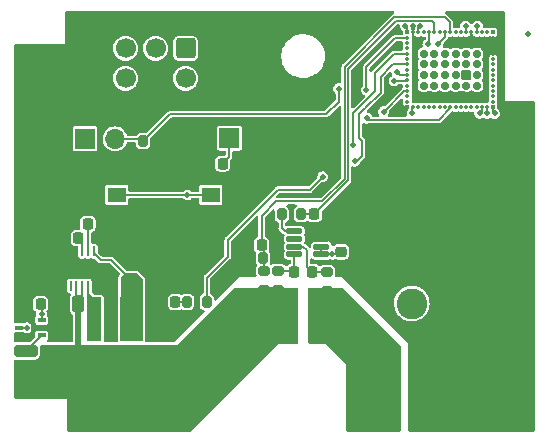
<source format=gtl>
G04 #@! TF.GenerationSoftware,KiCad,Pcbnew,(6.0.7)*
G04 #@! TF.CreationDate,2022-10-27T11:46:26+02:00*
G04 #@! TF.ProjectId,Steuerung,53746575-6572-4756-9e67-2e6b69636164,rev?*
G04 #@! TF.SameCoordinates,Original*
G04 #@! TF.FileFunction,Copper,L1,Top*
G04 #@! TF.FilePolarity,Positive*
%FSLAX46Y46*%
G04 Gerber Fmt 4.6, Leading zero omitted, Abs format (unit mm)*
G04 Created by KiCad (PCBNEW (6.0.7)) date 2022-10-27 11:46:26*
%MOMM*%
%LPD*%
G01*
G04 APERTURE LIST*
G04 Aperture macros list*
%AMRoundRect*
0 Rectangle with rounded corners*
0 $1 Rounding radius*
0 $2 $3 $4 $5 $6 $7 $8 $9 X,Y pos of 4 corners*
0 Add a 4 corners polygon primitive as box body*
4,1,4,$2,$3,$4,$5,$6,$7,$8,$9,$2,$3,0*
0 Add four circle primitives for the rounded corners*
1,1,$1+$1,$2,$3*
1,1,$1+$1,$4,$5*
1,1,$1+$1,$6,$7*
1,1,$1+$1,$8,$9*
0 Add four rect primitives between the rounded corners*
20,1,$1+$1,$2,$3,$4,$5,0*
20,1,$1+$1,$4,$5,$6,$7,0*
20,1,$1+$1,$6,$7,$8,$9,0*
20,1,$1+$1,$8,$9,$2,$3,0*%
G04 Aperture macros list end*
G04 #@! TA.AperFunction,SMDPad,CuDef*
%ADD10RoundRect,0.225000X0.225000X0.250000X-0.225000X0.250000X-0.225000X-0.250000X0.225000X-0.250000X0*%
G04 #@! TD*
G04 #@! TA.AperFunction,SMDPad,CuDef*
%ADD11RoundRect,0.200000X-0.200000X-0.275000X0.200000X-0.275000X0.200000X0.275000X-0.200000X0.275000X0*%
G04 #@! TD*
G04 #@! TA.AperFunction,SMDPad,CuDef*
%ADD12RoundRect,0.250000X-0.750000X-0.250000X0.750000X-0.250000X0.750000X0.250000X-0.750000X0.250000X0*%
G04 #@! TD*
G04 #@! TA.AperFunction,SMDPad,CuDef*
%ADD13RoundRect,0.250000X0.250000X0.475000X-0.250000X0.475000X-0.250000X-0.475000X0.250000X-0.475000X0*%
G04 #@! TD*
G04 #@! TA.AperFunction,SMDPad,CuDef*
%ADD14RoundRect,0.225000X0.250000X-0.225000X0.250000X0.225000X-0.250000X0.225000X-0.250000X-0.225000X0*%
G04 #@! TD*
G04 #@! TA.AperFunction,SMDPad,CuDef*
%ADD15RoundRect,0.087500X-0.087500X0.087500X-0.087500X-0.087500X0.087500X-0.087500X0.087500X0.087500X0*%
G04 #@! TD*
G04 #@! TA.AperFunction,SMDPad,CuDef*
%ADD16RoundRect,0.075000X-0.075000X0.100000X-0.075000X-0.100000X0.075000X-0.100000X0.075000X0.100000X0*%
G04 #@! TD*
G04 #@! TA.AperFunction,SMDPad,CuDef*
%ADD17RoundRect,0.075000X-0.100000X-0.075000X0.100000X-0.075000X0.100000X0.075000X-0.100000X0.075000X0*%
G04 #@! TD*
G04 #@! TA.AperFunction,SMDPad,CuDef*
%ADD18RoundRect,0.075000X0.075000X-0.100000X0.075000X0.100000X-0.075000X0.100000X-0.075000X-0.100000X0*%
G04 #@! TD*
G04 #@! TA.AperFunction,SMDPad,CuDef*
%ADD19RoundRect,0.075000X0.100000X0.075000X-0.100000X0.075000X-0.100000X-0.075000X0.100000X-0.075000X0*%
G04 #@! TD*
G04 #@! TA.AperFunction,SMDPad,CuDef*
%ADD20RoundRect,0.150000X0.150000X0.150000X-0.150000X0.150000X-0.150000X-0.150000X0.150000X-0.150000X0*%
G04 #@! TD*
G04 #@! TA.AperFunction,SMDPad,CuDef*
%ADD21RoundRect,0.107500X0.107500X0.107500X-0.107500X0.107500X-0.107500X-0.107500X0.107500X-0.107500X0*%
G04 #@! TD*
G04 #@! TA.AperFunction,SMDPad,CuDef*
%ADD22RoundRect,0.218750X-0.218750X-0.256250X0.218750X-0.256250X0.218750X0.256250X-0.218750X0.256250X0*%
G04 #@! TD*
G04 #@! TA.AperFunction,SMDPad,CuDef*
%ADD23R,0.650000X0.400000*%
G04 #@! TD*
G04 #@! TA.AperFunction,SMDPad,CuDef*
%ADD24R,1.550000X1.300000*%
G04 #@! TD*
G04 #@! TA.AperFunction,SMDPad,CuDef*
%ADD25RoundRect,0.200000X-0.275000X0.200000X-0.275000X-0.200000X0.275000X-0.200000X0.275000X0.200000X0*%
G04 #@! TD*
G04 #@! TA.AperFunction,SMDPad,CuDef*
%ADD26R,1.200000X3.700000*%
G04 #@! TD*
G04 #@! TA.AperFunction,ComponentPad*
%ADD27R,2.600000X2.600000*%
G04 #@! TD*
G04 #@! TA.AperFunction,ComponentPad*
%ADD28C,2.600000*%
G04 #@! TD*
G04 #@! TA.AperFunction,SMDPad,CuDef*
%ADD29RoundRect,0.062500X-0.062500X0.350000X-0.062500X-0.350000X0.062500X-0.350000X0.062500X0.350000X0*%
G04 #@! TD*
G04 #@! TA.AperFunction,SMDPad,CuDef*
%ADD30RoundRect,0.155000X-0.335000X0.155000X-0.335000X-0.155000X0.335000X-0.155000X0.335000X0.155000X0*%
G04 #@! TD*
G04 #@! TA.AperFunction,SMDPad,CuDef*
%ADD31RoundRect,0.200000X0.200000X0.275000X-0.200000X0.275000X-0.200000X-0.275000X0.200000X-0.275000X0*%
G04 #@! TD*
G04 #@! TA.AperFunction,ComponentPad*
%ADD32RoundRect,0.250000X-0.600000X0.600000X-0.600000X-0.600000X0.600000X-0.600000X0.600000X0.600000X0*%
G04 #@! TD*
G04 #@! TA.AperFunction,ComponentPad*
%ADD33C,1.700000*%
G04 #@! TD*
G04 #@! TA.AperFunction,ComponentPad*
%ADD34R,1.700000X1.700000*%
G04 #@! TD*
G04 #@! TA.AperFunction,ComponentPad*
%ADD35O,1.700000X1.700000*%
G04 #@! TD*
G04 #@! TA.AperFunction,SMDPad,CuDef*
%ADD36RoundRect,0.250000X-0.262500X-0.450000X0.262500X-0.450000X0.262500X0.450000X-0.262500X0.450000X0*%
G04 #@! TD*
G04 #@! TA.AperFunction,SMDPad,CuDef*
%ADD37RoundRect,0.125000X0.537500X0.125000X-0.537500X0.125000X-0.537500X-0.125000X0.537500X-0.125000X0*%
G04 #@! TD*
G04 #@! TA.AperFunction,SMDPad,CuDef*
%ADD38RoundRect,0.225000X-0.225000X-0.250000X0.225000X-0.250000X0.225000X0.250000X-0.225000X0.250000X0*%
G04 #@! TD*
G04 #@! TA.AperFunction,ViaPad*
%ADD39C,0.500000*%
G04 #@! TD*
G04 #@! TA.AperFunction,Conductor*
%ADD40C,0.127000*%
G04 #@! TD*
G04 #@! TA.AperFunction,Conductor*
%ADD41C,0.500000*%
G04 #@! TD*
G04 APERTURE END LIST*
D10*
X154775000Y-91700000D03*
X153225000Y-91700000D03*
D11*
X167925000Y-94600000D03*
X169575000Y-94600000D03*
D12*
X149500000Y-105500000D03*
D13*
X153950000Y-98500000D03*
X152050000Y-98500000D03*
D14*
X176200000Y-94075000D03*
X176200000Y-92525000D03*
D13*
X158450000Y-96600000D03*
X156550000Y-96600000D03*
D15*
X189075000Y-75475000D03*
D16*
X188600000Y-75475000D03*
X188150000Y-75475000D03*
X187700000Y-75475000D03*
X187250000Y-75475000D03*
X186800000Y-75475000D03*
X186350000Y-75475000D03*
X185900000Y-75475000D03*
X185450000Y-75475000D03*
X185000000Y-75475000D03*
X184550000Y-75475000D03*
X184100000Y-75475000D03*
X183650000Y-75475000D03*
X183200000Y-75475000D03*
X182750000Y-75475000D03*
X182300000Y-75475000D03*
D15*
X181825000Y-75475000D03*
D17*
X181825000Y-75950000D03*
X181825000Y-76400000D03*
X181825000Y-76850000D03*
X181825000Y-77300000D03*
X181825000Y-77750000D03*
X181825000Y-78200000D03*
X181825000Y-78650000D03*
X181825000Y-79100000D03*
X181825000Y-79550000D03*
X181825000Y-80000000D03*
X181825000Y-80450000D03*
X181825000Y-80900000D03*
X181825000Y-81350000D03*
D15*
X181825000Y-81825000D03*
D18*
X182300000Y-81825000D03*
X182750000Y-81825000D03*
X183200000Y-81825000D03*
X183650000Y-81825000D03*
X184100000Y-81825000D03*
X184550000Y-81825000D03*
X185000000Y-81825000D03*
X185450000Y-81825000D03*
X185900000Y-81825000D03*
X186350000Y-81825000D03*
X186800000Y-81825000D03*
X187250000Y-81825000D03*
X187700000Y-81825000D03*
X188150000Y-81825000D03*
D16*
X188600000Y-81825000D03*
D15*
X189075000Y-81825000D03*
D19*
X189075000Y-81350000D03*
X189075000Y-80900000D03*
X189075000Y-80450000D03*
X189075000Y-80000000D03*
X189075000Y-79550000D03*
X189075000Y-79100000D03*
X189075000Y-78650000D03*
X189075000Y-78200000D03*
X189075000Y-77750000D03*
X189075000Y-77300000D03*
X189075000Y-76850000D03*
X189075000Y-76400000D03*
X189075000Y-75950000D03*
D20*
X187700000Y-77300000D03*
X186800000Y-77300000D03*
X185900000Y-77300000D03*
X185000000Y-77300000D03*
X184100000Y-77300000D03*
X183200000Y-77300000D03*
X183200000Y-78200000D03*
X183200000Y-79100000D03*
X183200000Y-80000000D03*
X184100000Y-80000000D03*
X185000000Y-80000000D03*
X185900000Y-80000000D03*
X186800000Y-80000000D03*
X187700000Y-80000000D03*
X187700000Y-79100000D03*
X187700000Y-78200000D03*
X186800000Y-78200000D03*
X185900000Y-78200000D03*
X185000000Y-78200000D03*
X184100000Y-78200000D03*
X184100000Y-79100000D03*
X185000000Y-79100000D03*
X185900000Y-79100000D03*
X186800000Y-79100000D03*
D21*
X192035000Y-75600000D03*
X192035000Y-81700000D03*
D22*
X160612500Y-98300000D03*
X162187500Y-98300000D03*
D23*
X148950000Y-99850000D03*
X148950000Y-100500000D03*
X148950000Y-101150000D03*
X150850000Y-101150000D03*
X150850000Y-99850000D03*
D24*
X157225000Y-93750000D03*
X165175000Y-93750000D03*
X157225000Y-89250000D03*
X165175000Y-89250000D03*
D10*
X153975000Y-92900000D03*
X152425000Y-92900000D03*
X150775000Y-98500000D03*
X149225000Y-98500000D03*
D25*
X169700000Y-95675000D03*
X169700000Y-97325000D03*
D26*
X155300000Y-99800000D03*
X158100000Y-99800000D03*
D27*
X179200000Y-103150000D03*
D28*
X185200000Y-103150000D03*
X182200000Y-98450000D03*
D11*
X159425000Y-84700000D03*
X161075000Y-84700000D03*
D29*
X155300000Y-94037500D03*
X154800000Y-94037500D03*
X154300000Y-94037500D03*
X153800000Y-94037500D03*
X153300000Y-94037500D03*
X153300000Y-96962500D03*
X153800000Y-96962500D03*
X154300000Y-96962500D03*
X154800000Y-96962500D03*
X155300000Y-96962500D03*
D30*
X154450000Y-95500000D03*
D31*
X172825000Y-90900000D03*
X171175000Y-90900000D03*
X164825000Y-98300000D03*
X163175000Y-98300000D03*
D32*
X163045000Y-76847500D03*
D33*
X163045000Y-79387500D03*
X160505000Y-76847500D03*
X160505000Y-79387500D03*
X157965000Y-76847500D03*
X157965000Y-79387500D03*
D10*
X166175000Y-86600000D03*
X164625000Y-86600000D03*
D34*
X166750000Y-84450000D03*
D35*
X164210000Y-84450000D03*
D12*
X149500000Y-77500000D03*
D34*
X154525000Y-84500000D03*
D35*
X157065000Y-84500000D03*
D10*
X169475000Y-93500000D03*
X167925000Y-93500000D03*
D12*
X149500000Y-102500000D03*
D36*
X172087500Y-98800000D03*
X173912500Y-98800000D03*
X172087500Y-100400000D03*
X173912500Y-100400000D03*
D37*
X174537500Y-94275000D03*
X174537500Y-93625000D03*
X174537500Y-92975000D03*
X174537500Y-92325000D03*
X172262500Y-92325000D03*
X172262500Y-92975000D03*
X172262500Y-93625000D03*
X172262500Y-94275000D03*
D38*
X172225000Y-95800000D03*
X173775000Y-95800000D03*
D25*
X170900000Y-95675000D03*
X170900000Y-97325000D03*
X175000000Y-95775000D03*
X175000000Y-97425000D03*
D38*
X173925000Y-90900000D03*
X175475000Y-90900000D03*
D39*
X186750000Y-74950000D03*
X161150000Y-74400000D03*
X150150000Y-96750000D03*
X165150000Y-95050000D03*
X149150000Y-78050000D03*
X174250000Y-86600000D03*
X184150000Y-93350000D03*
X170150000Y-86150000D03*
X160150000Y-100150000D03*
X187200000Y-76550000D03*
X181150000Y-76550000D03*
X152750000Y-93950000D03*
X159150000Y-74650000D03*
X191150000Y-101850000D03*
X167150000Y-74650000D03*
X149150000Y-84850000D03*
X153150000Y-88250000D03*
X187150000Y-88250000D03*
X169150000Y-88250000D03*
X190150000Y-103550000D03*
X172150000Y-83150000D03*
X150150000Y-83150000D03*
X155150000Y-74650000D03*
X161150000Y-88250000D03*
X161050000Y-91500000D03*
X171150000Y-74650000D03*
X152150000Y-83150000D03*
X173450000Y-93150000D03*
X165150000Y-91650000D03*
X182150000Y-103550000D03*
X189550000Y-77050000D03*
X183150000Y-91650000D03*
X150150000Y-79750000D03*
X160150000Y-89950000D03*
X181150000Y-91650000D03*
X169150000Y-84850000D03*
X183150000Y-84850000D03*
X187150000Y-101850000D03*
X168150000Y-76350000D03*
X180150000Y-86550000D03*
X152150000Y-89950000D03*
X151150000Y-95050000D03*
X191150000Y-98450000D03*
X173150000Y-84850000D03*
X157150000Y-91650000D03*
X182450000Y-77250000D03*
X177400000Y-88250000D03*
X186150000Y-86550000D03*
X175150000Y-78050000D03*
X154150000Y-76350000D03*
X155750000Y-96300000D03*
X186150000Y-83150000D03*
X162150000Y-86550000D03*
X188150000Y-89950000D03*
X162150000Y-93350000D03*
X188150000Y-93350000D03*
X176150000Y-89950000D03*
X180550000Y-82300000D03*
X178150000Y-86550000D03*
X182150000Y-83450000D03*
X184150000Y-89950000D03*
X188150000Y-103550000D03*
X151150000Y-88250000D03*
X187150000Y-105250000D03*
X169150000Y-74650000D03*
X186150000Y-96750000D03*
X190150000Y-86550000D03*
X167850000Y-80200000D03*
X164150000Y-96750000D03*
X190150000Y-93350000D03*
X191150000Y-84850000D03*
X186150000Y-93350000D03*
X151150000Y-84850000D03*
X179150000Y-88250000D03*
X160600000Y-97200000D03*
X178150000Y-93350000D03*
X186800000Y-79100000D03*
X191150000Y-88250000D03*
X192150000Y-96750000D03*
X182150000Y-86550000D03*
X167150000Y-81450000D03*
X153150000Y-74650000D03*
X192150000Y-93350000D03*
X163150000Y-74400000D03*
X170150000Y-76350000D03*
X167150000Y-88250000D03*
X192150000Y-106950000D03*
X186150000Y-106950000D03*
X151950000Y-97500000D03*
X189750000Y-78150000D03*
X179150000Y-74650000D03*
X188150000Y-100150000D03*
X155150000Y-78050000D03*
X191150000Y-108650000D03*
X178150000Y-89950000D03*
X173150000Y-74650000D03*
X183150000Y-105250000D03*
X179150000Y-84850000D03*
X185100000Y-76600000D03*
X157150000Y-78050000D03*
X161150000Y-81450000D03*
X155450000Y-95500000D03*
X187150000Y-84850000D03*
X189150000Y-108650000D03*
X186150000Y-100150000D03*
X177150000Y-95050000D03*
X171150000Y-88250000D03*
X153150000Y-84850000D03*
X168150000Y-83150000D03*
X165150000Y-74400000D03*
X180150000Y-80100000D03*
X187150000Y-98450000D03*
X163150000Y-81450000D03*
X170350000Y-79550000D03*
X154150000Y-89950000D03*
X155150000Y-95050000D03*
X192150000Y-100150000D03*
X152150000Y-79750000D03*
X180150000Y-96750000D03*
X174150000Y-83150000D03*
X187150000Y-108650000D03*
X184150000Y-106950000D03*
X157150000Y-81450000D03*
X172150000Y-86150000D03*
X174150000Y-79750000D03*
X182280559Y-74953559D03*
X191150000Y-105250000D03*
X149150000Y-95050000D03*
X178150000Y-96750000D03*
X152150000Y-96750000D03*
X185150000Y-105250000D03*
X170600000Y-93450000D03*
X181150000Y-95050000D03*
X150150000Y-89950000D03*
X162150000Y-96750000D03*
X189150000Y-95050000D03*
X177700000Y-81000000D03*
X158800000Y-93700000D03*
X153150000Y-78050000D03*
X164150000Y-83150000D03*
X177000000Y-93150000D03*
X189150000Y-101850000D03*
X192150000Y-83150000D03*
X155150000Y-88250000D03*
X158150000Y-86550000D03*
X188150000Y-86550000D03*
X186150000Y-89950000D03*
X162150000Y-89950000D03*
X156150000Y-83150000D03*
X191400000Y-81700000D03*
X192150000Y-89950000D03*
X177150000Y-91650000D03*
X191150000Y-91650000D03*
X150150000Y-86550000D03*
X183150000Y-108650000D03*
X151150000Y-91650000D03*
X189150000Y-105250000D03*
X163150000Y-91650000D03*
X180150000Y-93350000D03*
X185150000Y-95050000D03*
X154150000Y-83150000D03*
X158150000Y-83150000D03*
X153150000Y-81450000D03*
X190150000Y-96750000D03*
X189650000Y-80750000D03*
X187150000Y-95050000D03*
X182850000Y-80950000D03*
X167150000Y-91650000D03*
X180150000Y-83450000D03*
X179150000Y-91650000D03*
X154150000Y-79750000D03*
X154150000Y-86550000D03*
X151150000Y-81450000D03*
X189150000Y-74650000D03*
X171150000Y-84850000D03*
X188400000Y-79550000D03*
X182150000Y-106950000D03*
X176150000Y-76350000D03*
X181500000Y-82350000D03*
X189550000Y-76150000D03*
X185150000Y-108650000D03*
X163150000Y-88250000D03*
X160150000Y-96750000D03*
X160150000Y-83150000D03*
X159150000Y-88250000D03*
X150150000Y-93350000D03*
X152150000Y-86550000D03*
X180750000Y-75450000D03*
X168150000Y-86150000D03*
X172150000Y-79750000D03*
X189800000Y-74000000D03*
X165350000Y-77600000D03*
X180150000Y-89950000D03*
X157150000Y-74650000D03*
X159150000Y-95050000D03*
X184150000Y-100150000D03*
X189150000Y-98450000D03*
X153500000Y-95500000D03*
X185900000Y-74000000D03*
X167100000Y-94600000D03*
X163900000Y-93700000D03*
X162150000Y-83150000D03*
X149150000Y-88250000D03*
X159150000Y-91650000D03*
X191150000Y-95050000D03*
X155762500Y-96962500D03*
X188150000Y-96750000D03*
X190150000Y-100150000D03*
X149150000Y-81450000D03*
X187150000Y-91650000D03*
X186650000Y-80700000D03*
X156150000Y-76350000D03*
X190150000Y-106950000D03*
X183150000Y-101850000D03*
X175950000Y-83150000D03*
X175150000Y-74650000D03*
X190150000Y-89950000D03*
X175600000Y-95000000D03*
X190150000Y-83150000D03*
X160150000Y-86550000D03*
X184150000Y-86550000D03*
X162150000Y-100150000D03*
X188150000Y-106950000D03*
X151150000Y-78050000D03*
X192150000Y-86550000D03*
X165600000Y-79700000D03*
X188150000Y-83150000D03*
X166150000Y-96750000D03*
X161150000Y-95050000D03*
X156150000Y-79750000D03*
X185150000Y-84850000D03*
X192150000Y-103550000D03*
X182150000Y-89950000D03*
X181150000Y-88250000D03*
X151750000Y-99550000D03*
X189150000Y-91650000D03*
X189150000Y-88250000D03*
X182150000Y-93350000D03*
X156150000Y-86550000D03*
X166150000Y-83150000D03*
X170150000Y-83150000D03*
X185150000Y-91650000D03*
X155150000Y-81450000D03*
X184150000Y-96750000D03*
X165150000Y-81450000D03*
X168150000Y-89950000D03*
X189150000Y-84850000D03*
X184850000Y-80950000D03*
X185150000Y-88250000D03*
X179150000Y-95050000D03*
X184150000Y-83450000D03*
X173150000Y-88250000D03*
X185150000Y-98450000D03*
X159150000Y-81450000D03*
X149150000Y-91650000D03*
X179150000Y-98450000D03*
X169150000Y-78050000D03*
X163150000Y-95050000D03*
X183150000Y-88250000D03*
X180050000Y-74050000D03*
X175475000Y-91775000D03*
X181150000Y-84850000D03*
X177150000Y-74650000D03*
X173350000Y-91850000D03*
X183150000Y-95050000D03*
X148950000Y-99350000D03*
X187750000Y-74950000D03*
X181654068Y-74949718D03*
X159100000Y-99100000D03*
X159100000Y-101200000D03*
X175475000Y-94275000D03*
X159100000Y-99800000D03*
X150850000Y-99350000D03*
X159100000Y-98400000D03*
X182907049Y-74949643D03*
X159100000Y-100500000D03*
X189200000Y-82350000D03*
X188573497Y-82350000D03*
X184450000Y-76450000D03*
X187945361Y-82344119D03*
X178350000Y-80350000D03*
X178400000Y-82763873D03*
X180688873Y-79588873D03*
X183550000Y-76500000D03*
X176000000Y-80250000D03*
X177250000Y-85050000D03*
X174650000Y-87700000D03*
X182200000Y-82350000D03*
X163200000Y-89250000D03*
X177350000Y-86400000D03*
X180950000Y-78850000D03*
X149610000Y-100500000D03*
X179800000Y-82200000D03*
D40*
X186800000Y-75450000D02*
X186800000Y-75050000D01*
X186800000Y-75000000D02*
X186750000Y-74950000D01*
X186800000Y-75050000D02*
X186800000Y-75000000D01*
X189075000Y-75950000D02*
X189350000Y-75950000D01*
X152200000Y-98350000D02*
X152200000Y-96200000D01*
X189550000Y-77050000D02*
X189300000Y-77300000D01*
X150050000Y-100200000D02*
X150050000Y-100850000D01*
X187250000Y-75475000D02*
X187250000Y-76500000D01*
X160612500Y-97212500D02*
X160600000Y-97200000D01*
X161075000Y-84700000D02*
X161325000Y-84450000D01*
X152200000Y-96200000D02*
X152900000Y-95500000D01*
X151950000Y-97500000D02*
X151950000Y-98400000D01*
X182300000Y-74973000D02*
X182280559Y-74953559D01*
X156250000Y-96300000D02*
X156550000Y-96600000D01*
X154450000Y-95500000D02*
X155450000Y-95500000D01*
X167925000Y-94600000D02*
X167100000Y-94600000D01*
X151750000Y-98800000D02*
X152050000Y-98500000D01*
X163950000Y-93750000D02*
X163900000Y-93700000D01*
X189075000Y-76400000D02*
X189300000Y-76400000D01*
X181825000Y-82025000D02*
X181500000Y-82350000D01*
X153800000Y-95000000D02*
X154300000Y-95500000D01*
X167925000Y-94600000D02*
X167925000Y-93500000D01*
X175475000Y-91775000D02*
X175475000Y-92275000D01*
X157225000Y-93750000D02*
X158750000Y-93750000D01*
X187250000Y-76500000D02*
X187200000Y-76550000D01*
X192035000Y-81700000D02*
X191400000Y-81700000D01*
X153800000Y-94037500D02*
X153300000Y-94037500D01*
X149700000Y-99850000D02*
X150050000Y-100200000D01*
X148950000Y-98775000D02*
X148950000Y-99850000D01*
X189300000Y-77300000D02*
X189075000Y-77300000D01*
X152900000Y-95500000D02*
X153500000Y-95500000D01*
X181825000Y-81825000D02*
X181825000Y-82025000D01*
X148950000Y-99850000D02*
X149700000Y-99850000D01*
X152050000Y-98500000D02*
X152200000Y-98350000D01*
X165175000Y-93750000D02*
X163950000Y-93750000D01*
X174537500Y-92325000D02*
X175425000Y-92325000D01*
X154300000Y-95500000D02*
X154450000Y-95500000D01*
X149225000Y-98500000D02*
X148950000Y-98775000D01*
X153800000Y-94037500D02*
X153800000Y-95000000D01*
X164210000Y-86185000D02*
X164625000Y-86600000D01*
X153500000Y-95500000D02*
X154450000Y-95500000D01*
X155762500Y-96962500D02*
X156187500Y-96962500D01*
X189350000Y-76850000D02*
X189075000Y-76850000D01*
X189550000Y-77050000D02*
X189350000Y-76850000D01*
X189350000Y-75950000D02*
X189550000Y-76150000D01*
X153300000Y-94037500D02*
X152837500Y-94037500D01*
X176000000Y-92325000D02*
X176200000Y-92525000D01*
X152750000Y-93225000D02*
X152750000Y-93950000D01*
X175425000Y-92325000D02*
X176000000Y-92325000D01*
X175475000Y-92275000D02*
X175425000Y-92325000D01*
X155300000Y-96962500D02*
X155762500Y-96962500D01*
X174537500Y-92975000D02*
X174537500Y-92325000D01*
X182300000Y-75475000D02*
X182300000Y-74973000D01*
X152425000Y-92900000D02*
X152750000Y-93225000D01*
X175475000Y-90900000D02*
X175475000Y-91775000D01*
X152837500Y-94037500D02*
X152750000Y-93950000D01*
X153225000Y-91700000D02*
X153225000Y-92100000D01*
X155750000Y-96300000D02*
X156250000Y-96300000D01*
X156187500Y-96962500D02*
X156550000Y-96600000D01*
X189300000Y-76400000D02*
X189550000Y-76150000D01*
X151950000Y-98400000D02*
X152050000Y-98500000D01*
X153225000Y-92100000D02*
X152425000Y-92900000D01*
X155450000Y-95500000D02*
X156550000Y-96600000D01*
X149750000Y-101150000D02*
X148950000Y-101150000D01*
X160612500Y-98300000D02*
X160612500Y-97212500D01*
X151750000Y-99550000D02*
X151750000Y-98800000D01*
X150050000Y-100850000D02*
X149750000Y-101150000D01*
X161325000Y-84450000D02*
X164210000Y-84450000D01*
X164210000Y-84450000D02*
X164210000Y-86185000D01*
X158750000Y-93750000D02*
X158800000Y-93700000D01*
X187750000Y-74950000D02*
X187750000Y-75425000D01*
X187750000Y-75425000D02*
X187700000Y-75475000D01*
X150850000Y-99850000D02*
X150850000Y-98575000D01*
X159100000Y-100500000D02*
X159100000Y-101200000D01*
X156750000Y-94750000D02*
X155850000Y-94750000D01*
X181825000Y-75475000D02*
X181825000Y-75120650D01*
X158100000Y-99800000D02*
X159100000Y-99800000D01*
X155850000Y-94750000D02*
X155300000Y-94200000D01*
X182750000Y-75475000D02*
X182750000Y-75050000D01*
X159100000Y-99100000D02*
X159100000Y-98400000D01*
X181825000Y-75120650D02*
X181654068Y-74949718D01*
X150850000Y-98575000D02*
X150775000Y-98500000D01*
X158450000Y-96450000D02*
X156750000Y-94750000D01*
X182750000Y-75050000D02*
X182850357Y-74949643D01*
X176000000Y-94275000D02*
X176200000Y-94075000D01*
X174537500Y-94275000D02*
X176000000Y-94275000D01*
X174537500Y-94275000D02*
X174537500Y-93625000D01*
X158450000Y-96600000D02*
X158100000Y-96950000D01*
X155300000Y-94200000D02*
X155300000Y-94037500D01*
X158100000Y-96950000D02*
X158100000Y-99800000D01*
X182850357Y-74949643D02*
X182907049Y-74949643D01*
X189200000Y-82350000D02*
X189075000Y-82225000D01*
X189075000Y-82225000D02*
X189075000Y-81825000D01*
X188573497Y-82350000D02*
X188573497Y-81851503D01*
X188573497Y-81851503D02*
X188600000Y-81825000D01*
X166750000Y-86025000D02*
X166175000Y-86600000D01*
X166750000Y-84450000D02*
X166750000Y-86025000D01*
X185000000Y-75900000D02*
X184450000Y-76450000D01*
X185000000Y-75475000D02*
X185000000Y-75900000D01*
X187945361Y-82344119D02*
X188150000Y-82139480D01*
X188150000Y-82139480D02*
X188150000Y-81825000D01*
X176500000Y-78400000D02*
X176500000Y-87900000D01*
X185450000Y-75475000D02*
X185450000Y-74650000D01*
X169700000Y-93725000D02*
X169475000Y-93500000D01*
X169475000Y-91025000D02*
X169475000Y-93500000D01*
X169700000Y-95675000D02*
X169700000Y-93725000D01*
X174600000Y-89800000D02*
X170700000Y-89800000D01*
X170700000Y-89800000D02*
X169475000Y-91025000D01*
X185450000Y-74650000D02*
X185000000Y-74200000D01*
X185000000Y-74200000D02*
X180700000Y-74200000D01*
X176500000Y-87900000D02*
X174600000Y-89800000D01*
X180700000Y-74200000D02*
X176500000Y-78400000D01*
X153800000Y-96962500D02*
X153800000Y-98350000D01*
X154300000Y-96962500D02*
X154300000Y-98150000D01*
D41*
X153950000Y-104550000D02*
X153950000Y-98500000D01*
X152800000Y-105500000D02*
X149500000Y-105500000D01*
X170900000Y-98400000D02*
X170500000Y-98800000D01*
X170900000Y-97325000D02*
X170900000Y-98400000D01*
X152800000Y-105500000D02*
X153000000Y-105500000D01*
D40*
X154300000Y-98150000D02*
X153950000Y-98500000D01*
D41*
X172087500Y-98800000D02*
X172087500Y-100400000D01*
X170500000Y-98800000D02*
X163800000Y-105500000D01*
D40*
X153800000Y-98350000D02*
X153950000Y-98500000D01*
D41*
X163800000Y-105500000D02*
X152800000Y-105500000D01*
X169700000Y-97325000D02*
X170900000Y-97325000D01*
X153000000Y-105500000D02*
X153950000Y-104550000D01*
X172087500Y-98800000D02*
X170500000Y-98800000D01*
D40*
X154300000Y-93225000D02*
X153975000Y-92900000D01*
X154300000Y-94037500D02*
X154300000Y-93225000D01*
X172262500Y-94275000D02*
X172262500Y-95762500D01*
X172262500Y-95762500D02*
X172225000Y-95800000D01*
X170900000Y-95675000D02*
X172100000Y-95675000D01*
X172100000Y-95675000D02*
X172225000Y-95800000D01*
X173775000Y-95800000D02*
X174975000Y-95800000D01*
X173300000Y-93900000D02*
X173300000Y-95325000D01*
X173025000Y-93625000D02*
X173300000Y-93900000D01*
X174975000Y-95800000D02*
X175000000Y-95775000D01*
X173300000Y-95325000D02*
X173775000Y-95800000D01*
X172262500Y-93625000D02*
X173025000Y-93625000D01*
X154800000Y-94037500D02*
X154800000Y-91725000D01*
X154800000Y-91725000D02*
X154775000Y-91700000D01*
X176800000Y-78600000D02*
X176800000Y-88025000D01*
X172825000Y-90900000D02*
X173925000Y-90900000D01*
X180900000Y-74500000D02*
X176800000Y-78600000D01*
X176800000Y-88025000D02*
X173925000Y-90900000D01*
X184100000Y-75475000D02*
X184100000Y-74700000D01*
X183900000Y-74500000D02*
X180900000Y-74500000D01*
X184100000Y-74700000D02*
X183900000Y-74500000D01*
X162187500Y-98300000D02*
X163175000Y-98300000D01*
X178350000Y-78400000D02*
X180800000Y-75950000D01*
X180800000Y-75950000D02*
X181825000Y-75950000D01*
X178350000Y-80350000D02*
X178350000Y-78400000D01*
X184475474Y-82900000D02*
X185450000Y-81925474D01*
X178400000Y-82763873D02*
X178536127Y-82900000D01*
X178536127Y-82900000D02*
X184475474Y-82900000D01*
X185450000Y-81925474D02*
X185450000Y-81825000D01*
X181786127Y-79588873D02*
X181825000Y-79550000D01*
X180688873Y-79588873D02*
X181786127Y-79588873D01*
X176000000Y-81350000D02*
X174950000Y-82400000D01*
X174950000Y-82400000D02*
X161725000Y-82400000D01*
X183650000Y-76400000D02*
X183550000Y-76500000D01*
X183650000Y-75475000D02*
X183650000Y-76400000D01*
X159425000Y-84700000D02*
X159225000Y-84500000D01*
X159225000Y-84500000D02*
X157065000Y-84500000D01*
X161725000Y-82400000D02*
X159425000Y-84700000D01*
X176000000Y-80250000D02*
X176000000Y-81350000D01*
X149500000Y-102500000D02*
X150850000Y-101150000D01*
D41*
X175000000Y-98600000D02*
X174800000Y-98800000D01*
X174800000Y-98800000D02*
X173912500Y-98800000D01*
X175000000Y-97425000D02*
X175000000Y-98600000D01*
X176300000Y-100400000D02*
X173912500Y-100400000D01*
X173912500Y-98800000D02*
X173912500Y-100400000D01*
X179050000Y-103150000D02*
X176300000Y-100400000D01*
X179200000Y-103150000D02*
X179050000Y-103150000D01*
D40*
X154800000Y-96962500D02*
X154800000Y-99300000D01*
X154800000Y-99300000D02*
X155300000Y-99800000D01*
X164825000Y-98300000D02*
X164825000Y-97325000D01*
X180700000Y-77300000D02*
X179100000Y-78900000D01*
X166600000Y-93050000D02*
X166600000Y-94477038D01*
X170850000Y-88800000D02*
X166600000Y-93050000D01*
X164825000Y-96252038D02*
X164825000Y-97325000D01*
X179100000Y-80450000D02*
X177250000Y-82300000D01*
X173550000Y-88800000D02*
X170850000Y-88800000D01*
X177250000Y-82300000D02*
X177250000Y-85050000D01*
X181825000Y-77300000D02*
X180700000Y-77300000D01*
X174650000Y-87700000D02*
X173550000Y-88800000D01*
X166600000Y-94477038D02*
X164825000Y-96252038D01*
X179100000Y-78900000D02*
X179100000Y-80450000D01*
X171175000Y-90900000D02*
X171175000Y-92075000D01*
X171425000Y-92325000D02*
X172262500Y-92325000D01*
X171175000Y-92075000D02*
X171425000Y-92325000D01*
X182200000Y-81925000D02*
X182300000Y-81825000D01*
X182200000Y-82350000D02*
X182200000Y-81925000D01*
X181825000Y-78200000D02*
X180600000Y-78200000D01*
X179550000Y-80600000D02*
X178250000Y-81900000D01*
X177750000Y-84400000D02*
X178000000Y-84650000D01*
X179550000Y-79250000D02*
X179550000Y-80550000D01*
X177550000Y-86400000D02*
X177350000Y-86400000D01*
X177750000Y-82400000D02*
X177750000Y-84050000D01*
X180600000Y-78200000D02*
X180450000Y-78350000D01*
X178000000Y-85950000D02*
X177850000Y-86100000D01*
X163200000Y-89250000D02*
X165175000Y-89250000D01*
X180450000Y-78350000D02*
X179550000Y-79250000D01*
X178250000Y-81900000D02*
X177750000Y-82400000D01*
X179550000Y-80550000D02*
X179550000Y-80600000D01*
X157225000Y-89250000D02*
X163200000Y-89250000D01*
X177750000Y-84050000D02*
X177750000Y-84400000D01*
X178000000Y-84650000D02*
X178000000Y-85950000D01*
X177850000Y-86100000D02*
X177550000Y-86400000D01*
X181200000Y-79100000D02*
X180950000Y-78850000D01*
X181825000Y-79100000D02*
X181200000Y-79100000D01*
X148950000Y-100500000D02*
X149610000Y-100500000D01*
X179800000Y-82200000D02*
X181550000Y-80450000D01*
X181550000Y-80450000D02*
X181825000Y-80450000D01*
G04 #@! TA.AperFunction,Conductor*
G36*
X176315931Y-97120002D02*
G01*
X176336905Y-97136905D01*
X181213095Y-102013095D01*
X181247121Y-102075407D01*
X181250000Y-102102190D01*
X181250000Y-109174000D01*
X181229998Y-109242121D01*
X181176342Y-109288614D01*
X181124000Y-109300000D01*
X176776000Y-109300000D01*
X176707879Y-109279998D01*
X176661386Y-109226342D01*
X176650000Y-109174000D01*
X176650000Y-103550000D01*
X174950000Y-101850000D01*
X173526000Y-101850000D01*
X173457879Y-101829998D01*
X173411386Y-101776342D01*
X173400000Y-101724000D01*
X173400000Y-97226000D01*
X173420002Y-97157879D01*
X173473658Y-97111386D01*
X173526000Y-97100000D01*
X176247810Y-97100000D01*
X176315931Y-97120002D01*
G37*
G04 #@! TD.AperFunction*
G04 #@! TA.AperFunction,Conductor*
G36*
X158965931Y-95920002D02*
G01*
X158986905Y-95936905D01*
X159363095Y-96313095D01*
X159397121Y-96375407D01*
X159400000Y-96402190D01*
X159400000Y-101524000D01*
X159379998Y-101592121D01*
X159326342Y-101638614D01*
X159274000Y-101650000D01*
X157676000Y-101650000D01*
X157607879Y-101629998D01*
X157561386Y-101576342D01*
X157550000Y-101524000D01*
X157550000Y-96302190D01*
X157570002Y-96234069D01*
X157586905Y-96213095D01*
X157863095Y-95936905D01*
X157925407Y-95902879D01*
X157952190Y-95900000D01*
X158897810Y-95900000D01*
X158965931Y-95920002D01*
G37*
G04 #@! TD.AperFunction*
G04 #@! TA.AperFunction,Conductor*
G36*
X172492121Y-97120002D02*
G01*
X172538614Y-97173658D01*
X172550000Y-97226000D01*
X172550000Y-101724000D01*
X172529998Y-101792121D01*
X172476342Y-101838614D01*
X172424000Y-101850000D01*
X170950000Y-101850000D01*
X163536905Y-109263095D01*
X163474593Y-109297121D01*
X163447810Y-109300000D01*
X153126000Y-109300000D01*
X153057879Y-109279998D01*
X153011386Y-109226342D01*
X153000000Y-109174000D01*
X153000000Y-106500000D01*
X148626000Y-106500000D01*
X148557879Y-106479998D01*
X148511386Y-106426342D01*
X148500000Y-106374000D01*
X148500000Y-103317086D01*
X148520002Y-103248965D01*
X148573658Y-103202472D01*
X148643932Y-103192368D01*
X148653002Y-103194013D01*
X148657387Y-103194975D01*
X148664631Y-103197519D01*
X148672273Y-103198241D01*
X148672276Y-103198242D01*
X148682635Y-103199221D01*
X148696166Y-103200500D01*
X150303834Y-103200500D01*
X150321752Y-103198806D01*
X150327722Y-103198242D01*
X150327723Y-103198242D01*
X150335369Y-103197519D01*
X150463184Y-103152634D01*
X150470754Y-103147042D01*
X150470757Y-103147041D01*
X150564579Y-103077742D01*
X150572150Y-103072150D01*
X150584665Y-103055206D01*
X150647041Y-102970757D01*
X150647042Y-102970754D01*
X150652634Y-102963184D01*
X150697519Y-102835369D01*
X150700500Y-102803834D01*
X150700500Y-102196166D01*
X150697519Y-102164631D01*
X150694975Y-102157387D01*
X150694013Y-102153002D01*
X150698952Y-102082178D01*
X150741398Y-102025266D01*
X150807874Y-102000337D01*
X150817086Y-102000000D01*
X162350000Y-102000000D01*
X167213095Y-97136905D01*
X167275407Y-97102879D01*
X167302190Y-97100000D01*
X172424000Y-97100000D01*
X172492121Y-97120002D01*
G37*
G04 #@! TD.AperFunction*
G04 #@! TA.AperFunction,Conductor*
G36*
X190042121Y-73720002D02*
G01*
X190088614Y-73773658D01*
X190100000Y-73826000D01*
X190100000Y-81300000D01*
X192474000Y-81300000D01*
X192542121Y-81320002D01*
X192588614Y-81373658D01*
X192600000Y-81426000D01*
X192600000Y-109174000D01*
X192579998Y-109242121D01*
X192526342Y-109288614D01*
X192474000Y-109300000D01*
X182026000Y-109300000D01*
X181957879Y-109279998D01*
X181911386Y-109226342D01*
X181900000Y-109174000D01*
X181900000Y-101800000D01*
X178513214Y-98413214D01*
X180694806Y-98413214D01*
X180695103Y-98418366D01*
X180695103Y-98418370D01*
X180701168Y-98523550D01*
X180709010Y-98659545D01*
X180710147Y-98664591D01*
X180710148Y-98664597D01*
X180736942Y-98783488D01*
X180763255Y-98900249D01*
X180856084Y-99128861D01*
X180985006Y-99339241D01*
X181146557Y-99525741D01*
X181336399Y-99683351D01*
X181549433Y-99807838D01*
X181554253Y-99809678D01*
X181554258Y-99809681D01*
X181668547Y-99853323D01*
X181779939Y-99895859D01*
X181785007Y-99896890D01*
X181785010Y-99896891D01*
X181904587Y-99921219D01*
X182021726Y-99945052D01*
X182026899Y-99945242D01*
X182026902Y-99945242D01*
X182263136Y-99953904D01*
X182263140Y-99953904D01*
X182268300Y-99954093D01*
X182273420Y-99953437D01*
X182273422Y-99953437D01*
X182349703Y-99943665D01*
X182513041Y-99922741D01*
X182517990Y-99921256D01*
X182517996Y-99921255D01*
X182744424Y-99853323D01*
X182744423Y-99853323D01*
X182749374Y-99851838D01*
X182853266Y-99800942D01*
X182966303Y-99745566D01*
X182966308Y-99745563D01*
X182970954Y-99743287D01*
X182975164Y-99740284D01*
X182975169Y-99740281D01*
X183167617Y-99603009D01*
X183167622Y-99603005D01*
X183171829Y-99600004D01*
X183346605Y-99425837D01*
X183361010Y-99405791D01*
X183487570Y-99229663D01*
X183490588Y-99225463D01*
X183494805Y-99216932D01*
X183560081Y-99084854D01*
X183599911Y-99004264D01*
X183632566Y-98896784D01*
X183670135Y-98773132D01*
X183670136Y-98773126D01*
X183671639Y-98768180D01*
X183693574Y-98601566D01*
X183703408Y-98526872D01*
X183703409Y-98526866D01*
X183703845Y-98523550D01*
X183705643Y-98450000D01*
X183686854Y-98221465D01*
X183685849Y-98209240D01*
X183685848Y-98209234D01*
X183685425Y-98204089D01*
X183625316Y-97964783D01*
X183526928Y-97738507D01*
X183392905Y-97531339D01*
X183366635Y-97502468D01*
X183287151Y-97415117D01*
X183226846Y-97348842D01*
X183222795Y-97345643D01*
X183222791Y-97345639D01*
X183037264Y-97199119D01*
X183037259Y-97199116D01*
X183033210Y-97195918D01*
X183028694Y-97193425D01*
X183028691Y-97193423D01*
X182821722Y-97079170D01*
X182821718Y-97079168D01*
X182817198Y-97076673D01*
X182812329Y-97074949D01*
X182812325Y-97074947D01*
X182589485Y-96996035D01*
X182589481Y-96996034D01*
X182584610Y-96994309D01*
X182579517Y-96993402D01*
X182579514Y-96993401D01*
X182346783Y-96951945D01*
X182346777Y-96951944D01*
X182341694Y-96951039D01*
X182262324Y-96950069D01*
X182100142Y-96948088D01*
X182100140Y-96948088D01*
X182094972Y-96948025D01*
X181851070Y-96985347D01*
X181616540Y-97062003D01*
X181397679Y-97175935D01*
X181393546Y-97179038D01*
X181393543Y-97179040D01*
X181204499Y-97320978D01*
X181200364Y-97324083D01*
X181029896Y-97502468D01*
X181026982Y-97506740D01*
X181026981Y-97506741D01*
X180980077Y-97575500D01*
X180890851Y-97706300D01*
X180864373Y-97763342D01*
X180790554Y-97922373D01*
X180786965Y-97930104D01*
X180721026Y-98167871D01*
X180694806Y-98413214D01*
X178513214Y-98413214D01*
X176300000Y-96200000D01*
X175792383Y-96200000D01*
X175724262Y-96179998D01*
X175677769Y-96126342D01*
X175667934Y-96054289D01*
X175673872Y-96016795D01*
X175675500Y-96006519D01*
X175675499Y-95543482D01*
X175660646Y-95449696D01*
X175603050Y-95336658D01*
X175513342Y-95246950D01*
X175400304Y-95189354D01*
X175390515Y-95187804D01*
X175390513Y-95187803D01*
X175353102Y-95181878D01*
X175306519Y-95174500D01*
X175000062Y-95174500D01*
X174693482Y-95174501D01*
X174688589Y-95175276D01*
X174688588Y-95175276D01*
X174609494Y-95187802D01*
X174609492Y-95187803D01*
X174599696Y-95189354D01*
X174486658Y-95246950D01*
X174479646Y-95253962D01*
X174471626Y-95259789D01*
X174470371Y-95258061D01*
X174419461Y-95285861D01*
X174348646Y-95280796D01*
X174303583Y-95251835D01*
X174253220Y-95201472D01*
X174133126Y-95140281D01*
X174123337Y-95138731D01*
X174123335Y-95138730D01*
X174093851Y-95134060D01*
X174033488Y-95124500D01*
X173690000Y-95124500D01*
X173621879Y-95104498D01*
X173575386Y-95050842D01*
X173564000Y-94998500D01*
X173564000Y-94728516D01*
X173584002Y-94660395D01*
X173637658Y-94613902D01*
X173707932Y-94603798D01*
X173772512Y-94633292D01*
X173779095Y-94639421D01*
X173810421Y-94670747D01*
X173820413Y-94675406D01*
X173820414Y-94675407D01*
X173905718Y-94715185D01*
X173914455Y-94719259D01*
X173961861Y-94725500D01*
X174537290Y-94725500D01*
X175113138Y-94725499D01*
X175160545Y-94719259D01*
X175169278Y-94715187D01*
X175169284Y-94715185D01*
X175206830Y-94697677D01*
X175277022Y-94687016D01*
X175297653Y-94691605D01*
X175391424Y-94720901D01*
X175402233Y-94724278D01*
X175411203Y-94724442D01*
X175411207Y-94724443D01*
X175469942Y-94725519D01*
X175531255Y-94726643D01*
X175593331Y-94709719D01*
X175647093Y-94695062D01*
X175647096Y-94695061D01*
X175655755Y-94692700D01*
X175663404Y-94688004D01*
X175668933Y-94685611D01*
X175739395Y-94676915D01*
X175776174Y-94688982D01*
X175808038Y-94705217D01*
X175816874Y-94709719D01*
X175826663Y-94711269D01*
X175826665Y-94711270D01*
X175851385Y-94715185D01*
X175916512Y-94725500D01*
X176483488Y-94725500D01*
X176548615Y-94715185D01*
X176573335Y-94711270D01*
X176573337Y-94711269D01*
X176583126Y-94709719D01*
X176703220Y-94648528D01*
X176798528Y-94553220D01*
X176859719Y-94433126D01*
X176864239Y-94404591D01*
X176867560Y-94383617D01*
X176875500Y-94333488D01*
X176875500Y-93816512D01*
X176862069Y-93731710D01*
X176861270Y-93726665D01*
X176861269Y-93726663D01*
X176859719Y-93716874D01*
X176798528Y-93596780D01*
X176703220Y-93501472D01*
X176583126Y-93440281D01*
X176573337Y-93438731D01*
X176573335Y-93438730D01*
X176543851Y-93434060D01*
X176483488Y-93424500D01*
X175916512Y-93424500D01*
X175856149Y-93434060D01*
X175826665Y-93438730D01*
X175826663Y-93438731D01*
X175816874Y-93440281D01*
X175696780Y-93501472D01*
X175615594Y-93582658D01*
X175553282Y-93616684D01*
X175482467Y-93611619D01*
X175425631Y-93569072D01*
X175400820Y-93502552D01*
X175400499Y-93493563D01*
X175400499Y-93461862D01*
X175394259Y-93414455D01*
X175390184Y-93405715D01*
X175350407Y-93320414D01*
X175350406Y-93320413D01*
X175345747Y-93310421D01*
X175264579Y-93229253D01*
X175226770Y-93211622D01*
X175169282Y-93184815D01*
X175169281Y-93184815D01*
X175160545Y-93180741D01*
X175113139Y-93174500D01*
X174537710Y-93174500D01*
X173961862Y-93174501D01*
X173914455Y-93180741D01*
X173905721Y-93184814D01*
X173905720Y-93184814D01*
X173837744Y-93216512D01*
X173810421Y-93229253D01*
X173729253Y-93310421D01*
X173724594Y-93320413D01*
X173724593Y-93320414D01*
X173684815Y-93405718D01*
X173680741Y-93414455D01*
X173674500Y-93461861D01*
X173674500Y-93596956D01*
X173654498Y-93665077D01*
X173600842Y-93711570D01*
X173530568Y-93721674D01*
X173465988Y-93692180D01*
X173459405Y-93686052D01*
X173238836Y-93465484D01*
X173223170Y-93446396D01*
X173215333Y-93434667D01*
X173143383Y-93386590D01*
X173097858Y-93332115D01*
X173089011Y-93261672D01*
X173099193Y-93228579D01*
X173115184Y-93194286D01*
X173115186Y-93194280D01*
X173119259Y-93185545D01*
X173125500Y-93138139D01*
X173125499Y-92811862D01*
X173119259Y-92764455D01*
X173115185Y-92755718D01*
X173115185Y-92755717D01*
X173090719Y-92703249D01*
X173080058Y-92633058D01*
X173090719Y-92596751D01*
X173115184Y-92544285D01*
X173115185Y-92544282D01*
X173119259Y-92535545D01*
X173125500Y-92488139D01*
X173125499Y-92161862D01*
X173119259Y-92114455D01*
X173100085Y-92073335D01*
X173075407Y-92020414D01*
X173075406Y-92020413D01*
X173070747Y-92010421D01*
X172989579Y-91929253D01*
X172929613Y-91901290D01*
X172894282Y-91884815D01*
X172894281Y-91884815D01*
X172885545Y-91880741D01*
X172838139Y-91874500D01*
X172262710Y-91874500D01*
X171686862Y-91874501D01*
X171639455Y-91880741D01*
X171630723Y-91884813D01*
X171630719Y-91884814D01*
X171618250Y-91890629D01*
X171548058Y-91901290D01*
X171483245Y-91872310D01*
X171444389Y-91812890D01*
X171439000Y-91776434D01*
X171439000Y-91669095D01*
X171459002Y-91600974D01*
X171507797Y-91556828D01*
X171613342Y-91503050D01*
X171703050Y-91413342D01*
X171760646Y-91300304D01*
X171764918Y-91273335D01*
X171774725Y-91211412D01*
X171775500Y-91206519D01*
X171775499Y-90593482D01*
X171760646Y-90499696D01*
X171753152Y-90484987D01*
X171744549Y-90468105D01*
X171703050Y-90386658D01*
X171613342Y-90296950D01*
X171604507Y-90292448D01*
X171603799Y-90291934D01*
X171560447Y-90235711D01*
X171554373Y-90164974D01*
X171587507Y-90102184D01*
X171649327Y-90067274D01*
X171677863Y-90064000D01*
X172322137Y-90064000D01*
X172390258Y-90084002D01*
X172436751Y-90137658D01*
X172446855Y-90207932D01*
X172417361Y-90272512D01*
X172396201Y-90291934D01*
X172395493Y-90292448D01*
X172386658Y-90296950D01*
X172296950Y-90386658D01*
X172239354Y-90499696D01*
X172224500Y-90593481D01*
X172224501Y-91206518D01*
X172239354Y-91300304D01*
X172296950Y-91413342D01*
X172386658Y-91503050D01*
X172499696Y-91560646D01*
X172509485Y-91562196D01*
X172509487Y-91562197D01*
X172536849Y-91566530D01*
X172593481Y-91575500D01*
X172824953Y-91575500D01*
X173056518Y-91575499D01*
X173061412Y-91574724D01*
X173140506Y-91562198D01*
X173140508Y-91562197D01*
X173150304Y-91560646D01*
X173263342Y-91503050D01*
X173270354Y-91496038D01*
X173278374Y-91490211D01*
X173279629Y-91491939D01*
X173330539Y-91464139D01*
X173401354Y-91469204D01*
X173430238Y-91487767D01*
X173431748Y-91485689D01*
X173439768Y-91491516D01*
X173446780Y-91498528D01*
X173566874Y-91559719D01*
X173576663Y-91561269D01*
X173576665Y-91561270D01*
X173606149Y-91565940D01*
X173666512Y-91575500D01*
X174183488Y-91575500D01*
X174243851Y-91565940D01*
X174273335Y-91561270D01*
X174273337Y-91561269D01*
X174283126Y-91559719D01*
X174403220Y-91498528D01*
X174498528Y-91403220D01*
X174559719Y-91283126D01*
X174575500Y-91183488D01*
X174575500Y-90675042D01*
X174595502Y-90606921D01*
X174612405Y-90585947D01*
X176959514Y-88238838D01*
X176978601Y-88223172D01*
X176990333Y-88215333D01*
X177048683Y-88128008D01*
X177064000Y-88051002D01*
X177069172Y-88025000D01*
X177066421Y-88011168D01*
X177064000Y-87986588D01*
X177064000Y-86954030D01*
X177084002Y-86885909D01*
X177137658Y-86839416D01*
X177207932Y-86829312D01*
X177227566Y-86833761D01*
X177277233Y-86849278D01*
X177286203Y-86849442D01*
X177286207Y-86849443D01*
X177344942Y-86850519D01*
X177406255Y-86851643D01*
X177488163Y-86829312D01*
X177522092Y-86820062D01*
X177522093Y-86820062D01*
X177530755Y-86817700D01*
X177538405Y-86813003D01*
X177538407Y-86813002D01*
X177633072Y-86754878D01*
X177633075Y-86754875D01*
X177640724Y-86750179D01*
X177646750Y-86743522D01*
X177721300Y-86661161D01*
X177721303Y-86661157D01*
X177727322Y-86654507D01*
X177773017Y-86560194D01*
X177797314Y-86526038D01*
X178159514Y-86163838D01*
X178178601Y-86148172D01*
X178190333Y-86140333D01*
X178248683Y-86053008D01*
X178264000Y-85976002D01*
X178264000Y-85975998D01*
X178269171Y-85950000D01*
X178266421Y-85936174D01*
X178264000Y-85911594D01*
X178264000Y-84688406D01*
X178266421Y-84663826D01*
X178266750Y-84662172D01*
X178269171Y-84650000D01*
X178264000Y-84624002D01*
X178264000Y-84623998D01*
X178248683Y-84546992D01*
X178190333Y-84459667D01*
X178178601Y-84451828D01*
X178159514Y-84436162D01*
X178050905Y-84327553D01*
X178016879Y-84265241D01*
X178014000Y-84238458D01*
X178014000Y-83282303D01*
X178034002Y-83214182D01*
X178087658Y-83167689D01*
X178157932Y-83157585D01*
X178194244Y-83168577D01*
X178196587Y-83169694D01*
X178204060Y-83174669D01*
X178327233Y-83213151D01*
X178336203Y-83213315D01*
X178336207Y-83213316D01*
X178394942Y-83214392D01*
X178456255Y-83215516D01*
X178494422Y-83205110D01*
X178572093Y-83183935D01*
X178572096Y-83183934D01*
X178580755Y-83181573D01*
X178588404Y-83176877D01*
X178594215Y-83174362D01*
X178644254Y-83164000D01*
X184437062Y-83164000D01*
X184461642Y-83166421D01*
X184463301Y-83166751D01*
X184463303Y-83166751D01*
X184475474Y-83169172D01*
X184487645Y-83166751D01*
X184489305Y-83166421D01*
X184501476Y-83164000D01*
X184566312Y-83151104D01*
X184566313Y-83151103D01*
X184578482Y-83148683D01*
X184630310Y-83114052D01*
X184643764Y-83105062D01*
X184655490Y-83097227D01*
X184655491Y-83097226D01*
X184665807Y-83090333D01*
X184673646Y-83078601D01*
X184689312Y-83059514D01*
X185520354Y-82228472D01*
X185584869Y-82193988D01*
X185607265Y-82189533D01*
X185632495Y-82184515D01*
X185634046Y-82183479D01*
X185697376Y-82176673D01*
X185712347Y-82181069D01*
X185717505Y-82184515D01*
X185797867Y-82200500D01*
X185899991Y-82200500D01*
X186002132Y-82200499D01*
X186008199Y-82199292D01*
X186008202Y-82199292D01*
X186050599Y-82190859D01*
X186082495Y-82184515D01*
X186084046Y-82183479D01*
X186147376Y-82176673D01*
X186162347Y-82181069D01*
X186167505Y-82184515D01*
X186247867Y-82200500D01*
X186349991Y-82200500D01*
X186452132Y-82200499D01*
X186458199Y-82199292D01*
X186458202Y-82199292D01*
X186500599Y-82190859D01*
X186532495Y-82184515D01*
X186534046Y-82183479D01*
X186597376Y-82176673D01*
X186612347Y-82181069D01*
X186617505Y-82184515D01*
X186697867Y-82200500D01*
X186799991Y-82200500D01*
X186902132Y-82200499D01*
X186908199Y-82199292D01*
X186908202Y-82199292D01*
X186950599Y-82190859D01*
X186982495Y-82184515D01*
X186984046Y-82183479D01*
X187047376Y-82176673D01*
X187062347Y-82181069D01*
X187067505Y-82184515D01*
X187147867Y-82200500D01*
X187154054Y-82200500D01*
X187250016Y-82200499D01*
X187352132Y-82200499D01*
X187354595Y-82200009D01*
X187423093Y-82213000D01*
X187474621Y-82261841D01*
X187491680Y-82326702D01*
X187491644Y-82329685D01*
X187490262Y-82338559D01*
X187498628Y-82402536D01*
X187505829Y-82457608D01*
X187505830Y-82457612D01*
X187506994Y-82466513D01*
X187518238Y-82492068D01*
X187549160Y-82562342D01*
X187558966Y-82584629D01*
X187564743Y-82591502D01*
X187564744Y-82591503D01*
X187581268Y-82611161D01*
X187642000Y-82683410D01*
X187749421Y-82754915D01*
X187872594Y-82793397D01*
X187881564Y-82793561D01*
X187881568Y-82793562D01*
X187940303Y-82794638D01*
X188001616Y-82795762D01*
X188063866Y-82778790D01*
X188117453Y-82764181D01*
X188117454Y-82764181D01*
X188126116Y-82761819D01*
X188189043Y-82723182D01*
X188257560Y-82704585D01*
X188324787Y-82725670D01*
X188377557Y-82760796D01*
X188466435Y-82788564D01*
X188488948Y-82795597D01*
X188500730Y-82799278D01*
X188509700Y-82799442D01*
X188509704Y-82799443D01*
X188568439Y-82800519D01*
X188629752Y-82801643D01*
X188692002Y-82784671D01*
X188745589Y-82770062D01*
X188745590Y-82770062D01*
X188754252Y-82767700D01*
X188820926Y-82726762D01*
X188889440Y-82708165D01*
X188956670Y-82729251D01*
X189004060Y-82760796D01*
X189092938Y-82788564D01*
X189115451Y-82795597D01*
X189127233Y-82799278D01*
X189136203Y-82799442D01*
X189136207Y-82799443D01*
X189194942Y-82800519D01*
X189256255Y-82801643D01*
X189318505Y-82784671D01*
X189372092Y-82770062D01*
X189372093Y-82770062D01*
X189380755Y-82767700D01*
X189388405Y-82763003D01*
X189388407Y-82763002D01*
X189483072Y-82704878D01*
X189483075Y-82704875D01*
X189490724Y-82700179D01*
X189496750Y-82693522D01*
X189571300Y-82611161D01*
X189571303Y-82611157D01*
X189577322Y-82604507D01*
X189633588Y-82488375D01*
X189637775Y-82463491D01*
X189654190Y-82365917D01*
X189654997Y-82361120D01*
X189655133Y-82350000D01*
X189642508Y-82261841D01*
X189638112Y-82231145D01*
X189638111Y-82231142D01*
X189636839Y-82222259D01*
X189631954Y-82211515D01*
X189587145Y-82112962D01*
X189587143Y-82112959D01*
X189583428Y-82104788D01*
X189499193Y-82007028D01*
X189493181Y-82003131D01*
X189455486Y-81944044D01*
X189450500Y-81908951D01*
X189450499Y-81698435D01*
X189450499Y-81694708D01*
X189447513Y-81669600D01*
X189431993Y-81634659D01*
X189422619Y-81564286D01*
X189429358Y-81540213D01*
X189434515Y-81532495D01*
X189450500Y-81452133D01*
X189450499Y-81247868D01*
X189434515Y-81167505D01*
X189433479Y-81165954D01*
X189426673Y-81102624D01*
X189431069Y-81087653D01*
X189434515Y-81082495D01*
X189450500Y-81002133D01*
X189450499Y-80797868D01*
X189449001Y-80790333D01*
X189436936Y-80729678D01*
X189436936Y-80729677D01*
X189434515Y-80717505D01*
X189433479Y-80715954D01*
X189426673Y-80652624D01*
X189431069Y-80637653D01*
X189434515Y-80632495D01*
X189450500Y-80552133D01*
X189450499Y-80347868D01*
X189448053Y-80335567D01*
X189436936Y-80279678D01*
X189436936Y-80279677D01*
X189434515Y-80267505D01*
X189433479Y-80265954D01*
X189426673Y-80202624D01*
X189431069Y-80187653D01*
X189434515Y-80182495D01*
X189450500Y-80102133D01*
X189450499Y-79897868D01*
X189434515Y-79817505D01*
X189433479Y-79815954D01*
X189426673Y-79752624D01*
X189431069Y-79737653D01*
X189434515Y-79732495D01*
X189450500Y-79652133D01*
X189450499Y-79447868D01*
X189434515Y-79367505D01*
X189433479Y-79365954D01*
X189426673Y-79302624D01*
X189431069Y-79287653D01*
X189434515Y-79282495D01*
X189450500Y-79202133D01*
X189450499Y-78997868D01*
X189446908Y-78979810D01*
X189436936Y-78929678D01*
X189436936Y-78929677D01*
X189434515Y-78917505D01*
X189433479Y-78915954D01*
X189426673Y-78852624D01*
X189431069Y-78837653D01*
X189434515Y-78832495D01*
X189450500Y-78752133D01*
X189450499Y-78547868D01*
X189434515Y-78467505D01*
X189433479Y-78465954D01*
X189426673Y-78402624D01*
X189431069Y-78387653D01*
X189434515Y-78382495D01*
X189450500Y-78302133D01*
X189450499Y-78097868D01*
X189434515Y-78017505D01*
X189433479Y-78015954D01*
X189426673Y-77952624D01*
X189431069Y-77937653D01*
X189434515Y-77932495D01*
X189450500Y-77852133D01*
X189450499Y-77647868D01*
X189448469Y-77637658D01*
X189436936Y-77579676D01*
X189436936Y-77579675D01*
X189434515Y-77567505D01*
X189417537Y-77542095D01*
X189380517Y-77486692D01*
X189373624Y-77476376D01*
X189282495Y-77415485D01*
X189202133Y-77399500D01*
X189075011Y-77399500D01*
X188947868Y-77399501D01*
X188941802Y-77400708D01*
X188941797Y-77400708D01*
X188879676Y-77413064D01*
X188879675Y-77413064D01*
X188867505Y-77415485D01*
X188857188Y-77422378D01*
X188857187Y-77422379D01*
X188799935Y-77460634D01*
X188776376Y-77476376D01*
X188715485Y-77567505D01*
X188699500Y-77647867D01*
X188699501Y-77852132D01*
X188700708Y-77858199D01*
X188700708Y-77858202D01*
X188702184Y-77865621D01*
X188715485Y-77932495D01*
X188716521Y-77934046D01*
X188723327Y-77997376D01*
X188718931Y-78012347D01*
X188715485Y-78017505D01*
X188699500Y-78097867D01*
X188699501Y-78302132D01*
X188700708Y-78308199D01*
X188700708Y-78308202D01*
X188705558Y-78332587D01*
X188715485Y-78382495D01*
X188716521Y-78384046D01*
X188723327Y-78447376D01*
X188718931Y-78462347D01*
X188715485Y-78467505D01*
X188699500Y-78547867D01*
X188699501Y-78752132D01*
X188700708Y-78758199D01*
X188700708Y-78758202D01*
X188701819Y-78763786D01*
X188715485Y-78832495D01*
X188716521Y-78834046D01*
X188723327Y-78897376D01*
X188718931Y-78912347D01*
X188715485Y-78917505D01*
X188699500Y-78997867D01*
X188699501Y-79202132D01*
X188700708Y-79208199D01*
X188700708Y-79208202D01*
X188702677Y-79218102D01*
X188715485Y-79282495D01*
X188716521Y-79284046D01*
X188723327Y-79347376D01*
X188718931Y-79362347D01*
X188715485Y-79367505D01*
X188699500Y-79447867D01*
X188699501Y-79652132D01*
X188715485Y-79732495D01*
X188716521Y-79734046D01*
X188723327Y-79797376D01*
X188718931Y-79812347D01*
X188715485Y-79817505D01*
X188699500Y-79897867D01*
X188699501Y-80102132D01*
X188700708Y-80108199D01*
X188700708Y-80108202D01*
X188704208Y-80125798D01*
X188715485Y-80182495D01*
X188716521Y-80184046D01*
X188723327Y-80247376D01*
X188718931Y-80262347D01*
X188715485Y-80267505D01*
X188699500Y-80347867D01*
X188699501Y-80552132D01*
X188700708Y-80558199D01*
X188700708Y-80558202D01*
X188703850Y-80573998D01*
X188715485Y-80632495D01*
X188716521Y-80634046D01*
X188723327Y-80697376D01*
X188718931Y-80712347D01*
X188715485Y-80717505D01*
X188699500Y-80797867D01*
X188699501Y-81002132D01*
X188715485Y-81082495D01*
X188716521Y-81084046D01*
X188723327Y-81147376D01*
X188718931Y-81162347D01*
X188715485Y-81167505D01*
X188699500Y-81247867D01*
X188699500Y-81323501D01*
X188679498Y-81391622D01*
X188625842Y-81438115D01*
X188573502Y-81449501D01*
X188497868Y-81449501D01*
X188491801Y-81450708D01*
X188491798Y-81450708D01*
X188454127Y-81458201D01*
X188417505Y-81465485D01*
X188415954Y-81466521D01*
X188352624Y-81473327D01*
X188337653Y-81468931D01*
X188332495Y-81465485D01*
X188252133Y-81449500D01*
X188150009Y-81449500D01*
X188047868Y-81449501D01*
X188041801Y-81450708D01*
X188041798Y-81450708D01*
X188004127Y-81458201D01*
X187967505Y-81465485D01*
X187965954Y-81466521D01*
X187902624Y-81473327D01*
X187887653Y-81468931D01*
X187882495Y-81465485D01*
X187802133Y-81449500D01*
X187700009Y-81449500D01*
X187597868Y-81449501D01*
X187591801Y-81450708D01*
X187591798Y-81450708D01*
X187554127Y-81458201D01*
X187517505Y-81465485D01*
X187515954Y-81466521D01*
X187452624Y-81473327D01*
X187437653Y-81468931D01*
X187432495Y-81465485D01*
X187352133Y-81449500D01*
X187250009Y-81449500D01*
X187147868Y-81449501D01*
X187141801Y-81450708D01*
X187141798Y-81450708D01*
X187104127Y-81458201D01*
X187067505Y-81465485D01*
X187065954Y-81466521D01*
X187002624Y-81473327D01*
X186987653Y-81468931D01*
X186982495Y-81465485D01*
X186902133Y-81449500D01*
X186800009Y-81449500D01*
X186697868Y-81449501D01*
X186691801Y-81450708D01*
X186691798Y-81450708D01*
X186654127Y-81458201D01*
X186617505Y-81465485D01*
X186615954Y-81466521D01*
X186552624Y-81473327D01*
X186537653Y-81468931D01*
X186532495Y-81465485D01*
X186452133Y-81449500D01*
X186350009Y-81449500D01*
X186247868Y-81449501D01*
X186241801Y-81450708D01*
X186241798Y-81450708D01*
X186204127Y-81458201D01*
X186167505Y-81465485D01*
X186165954Y-81466521D01*
X186102624Y-81473327D01*
X186087653Y-81468931D01*
X186082495Y-81465485D01*
X186002133Y-81449500D01*
X185900009Y-81449500D01*
X185797868Y-81449501D01*
X185791801Y-81450708D01*
X185791798Y-81450708D01*
X185754127Y-81458201D01*
X185717505Y-81465485D01*
X185715954Y-81466521D01*
X185652624Y-81473327D01*
X185637653Y-81468931D01*
X185632495Y-81465485D01*
X185552133Y-81449500D01*
X185450009Y-81449500D01*
X185347868Y-81449501D01*
X185341801Y-81450708D01*
X185341798Y-81450708D01*
X185304127Y-81458201D01*
X185267505Y-81465485D01*
X185265954Y-81466521D01*
X185202624Y-81473327D01*
X185187653Y-81468931D01*
X185182495Y-81465485D01*
X185102133Y-81449500D01*
X185000009Y-81449500D01*
X184897868Y-81449501D01*
X184891801Y-81450708D01*
X184891798Y-81450708D01*
X184854127Y-81458201D01*
X184817505Y-81465485D01*
X184815954Y-81466521D01*
X184752624Y-81473327D01*
X184737653Y-81468931D01*
X184732495Y-81465485D01*
X184652133Y-81449500D01*
X184550009Y-81449500D01*
X184447868Y-81449501D01*
X184441801Y-81450708D01*
X184441798Y-81450708D01*
X184404127Y-81458201D01*
X184367505Y-81465485D01*
X184365954Y-81466521D01*
X184302624Y-81473327D01*
X184287653Y-81468931D01*
X184282495Y-81465485D01*
X184202133Y-81449500D01*
X184100009Y-81449500D01*
X183997868Y-81449501D01*
X183991801Y-81450708D01*
X183991798Y-81450708D01*
X183954127Y-81458201D01*
X183917505Y-81465485D01*
X183915954Y-81466521D01*
X183852624Y-81473327D01*
X183837653Y-81468931D01*
X183832495Y-81465485D01*
X183752133Y-81449500D01*
X183650009Y-81449500D01*
X183547868Y-81449501D01*
X183541801Y-81450708D01*
X183541798Y-81450708D01*
X183504127Y-81458201D01*
X183467505Y-81465485D01*
X183465954Y-81466521D01*
X183402624Y-81473327D01*
X183387653Y-81468931D01*
X183382495Y-81465485D01*
X183302133Y-81449500D01*
X183200009Y-81449500D01*
X183097868Y-81449501D01*
X183091801Y-81450708D01*
X183091798Y-81450708D01*
X183054127Y-81458201D01*
X183017505Y-81465485D01*
X183015954Y-81466521D01*
X182952624Y-81473327D01*
X182937653Y-81468931D01*
X182932495Y-81465485D01*
X182852133Y-81449500D01*
X182750009Y-81449500D01*
X182647868Y-81449501D01*
X182641801Y-81450708D01*
X182641798Y-81450708D01*
X182604127Y-81458201D01*
X182567505Y-81465485D01*
X182565954Y-81466521D01*
X182502624Y-81473327D01*
X182487653Y-81468931D01*
X182482495Y-81465485D01*
X182402133Y-81449500D01*
X182326499Y-81449500D01*
X182258378Y-81429498D01*
X182211885Y-81375842D01*
X182200499Y-81323500D01*
X182200499Y-81247868D01*
X182184515Y-81167505D01*
X182183479Y-81165954D01*
X182176673Y-81102624D01*
X182181069Y-81087653D01*
X182184515Y-81082495D01*
X182200500Y-81002133D01*
X182200499Y-80797868D01*
X182199001Y-80790333D01*
X182186936Y-80729678D01*
X182186936Y-80729677D01*
X182184515Y-80717505D01*
X182183479Y-80715954D01*
X182176673Y-80652624D01*
X182181069Y-80637653D01*
X182184515Y-80632495D01*
X182200500Y-80552133D01*
X182200499Y-80347868D01*
X182198053Y-80335567D01*
X182186936Y-80279678D01*
X182186936Y-80279677D01*
X182184515Y-80267505D01*
X182183479Y-80265954D01*
X182176673Y-80202624D01*
X182181069Y-80187653D01*
X182184515Y-80182495D01*
X182200500Y-80102133D01*
X182200499Y-79897868D01*
X182184515Y-79817505D01*
X182183479Y-79815954D01*
X182176673Y-79752624D01*
X182181069Y-79737653D01*
X182184515Y-79732495D01*
X182200500Y-79652133D01*
X182200499Y-79447868D01*
X182184515Y-79367505D01*
X182183479Y-79365954D01*
X182176673Y-79302624D01*
X182181069Y-79287653D01*
X182184515Y-79282495D01*
X182200500Y-79202133D01*
X182200499Y-78997868D01*
X182196908Y-78979810D01*
X182186936Y-78929678D01*
X182186936Y-78929677D01*
X182184515Y-78917505D01*
X182183479Y-78915954D01*
X182176673Y-78852624D01*
X182181069Y-78837653D01*
X182184515Y-78832495D01*
X182200500Y-78752133D01*
X182200499Y-78547868D01*
X182184515Y-78467505D01*
X182183479Y-78465954D01*
X182176673Y-78402624D01*
X182181069Y-78387653D01*
X182184515Y-78382495D01*
X182200500Y-78302133D01*
X182200499Y-78097868D01*
X182184515Y-78017505D01*
X182183479Y-78015954D01*
X182176673Y-77952624D01*
X182181069Y-77937653D01*
X182184515Y-77932495D01*
X182200500Y-77852133D01*
X182200499Y-77647868D01*
X182198469Y-77637658D01*
X182186936Y-77579678D01*
X182184515Y-77567505D01*
X182183479Y-77565954D01*
X182176673Y-77502624D01*
X182181069Y-77487653D01*
X182184515Y-77482495D01*
X182200500Y-77402133D01*
X182200499Y-77197868D01*
X182199048Y-77190569D01*
X182186936Y-77129678D01*
X182184515Y-77117505D01*
X182183479Y-77115954D01*
X182176673Y-77052624D01*
X182181069Y-77037653D01*
X182184515Y-77032495D01*
X182200500Y-76952133D01*
X182200499Y-76747868D01*
X182184515Y-76667505D01*
X182183479Y-76665954D01*
X182176673Y-76602624D01*
X182181069Y-76587653D01*
X182184515Y-76582495D01*
X182200500Y-76502133D01*
X182200499Y-76297868D01*
X182198469Y-76287658D01*
X182186936Y-76229678D01*
X182184515Y-76217505D01*
X182183479Y-76215954D01*
X182176673Y-76152624D01*
X182181069Y-76137653D01*
X182184515Y-76132495D01*
X182200500Y-76052133D01*
X182200499Y-75847868D01*
X182194805Y-75819242D01*
X182185752Y-75773722D01*
X182192081Y-75703008D01*
X182235636Y-75646942D01*
X182302589Y-75623323D01*
X182371683Y-75639652D01*
X182413987Y-75683496D01*
X182415485Y-75682495D01*
X182476376Y-75773624D01*
X182567505Y-75834515D01*
X182647867Y-75850500D01*
X182749991Y-75850500D01*
X182852132Y-75850499D01*
X182858199Y-75849292D01*
X182858202Y-75849292D01*
X182897458Y-75841484D01*
X182932495Y-75834515D01*
X182934046Y-75833479D01*
X182997376Y-75826673D01*
X183012347Y-75831069D01*
X183017505Y-75834515D01*
X183097867Y-75850500D01*
X183124022Y-75850500D01*
X183260000Y-75850499D01*
X183328120Y-75870501D01*
X183374613Y-75924156D01*
X183386000Y-75976499D01*
X183386000Y-76001271D01*
X183365998Y-76069392D01*
X183327236Y-76107832D01*
X183262616Y-76148604D01*
X183262609Y-76148610D01*
X183255019Y-76153399D01*
X183249076Y-76160128D01*
X183249075Y-76160129D01*
X183201498Y-76214000D01*
X183169596Y-76250122D01*
X183114754Y-76366932D01*
X183105626Y-76425558D01*
X183096282Y-76485567D01*
X183096282Y-76485571D01*
X183094901Y-76494440D01*
X183096065Y-76503342D01*
X183096065Y-76503345D01*
X183110468Y-76613489D01*
X183110469Y-76613493D01*
X183111633Y-76622394D01*
X183115249Y-76630613D01*
X183117663Y-76639257D01*
X183114520Y-76640134D01*
X183121594Y-76694691D01*
X183091209Y-76758857D01*
X183030957Y-76796409D01*
X183015489Y-76799689D01*
X182957580Y-76808214D01*
X182957573Y-76808216D01*
X182947888Y-76809642D01*
X182913273Y-76826637D01*
X182852493Y-76856478D01*
X182852491Y-76856479D01*
X182843145Y-76861068D01*
X182827267Y-76876974D01*
X182770106Y-76934235D01*
X182760707Y-76943650D01*
X182709464Y-77048482D01*
X182708052Y-77058162D01*
X182702689Y-77094925D01*
X182699500Y-77116782D01*
X182699500Y-77483218D01*
X182700170Y-77487768D01*
X182700170Y-77487771D01*
X182708167Y-77542095D01*
X182709642Y-77552112D01*
X182723175Y-77579676D01*
X182751643Y-77637658D01*
X182761068Y-77656855D01*
X182768437Y-77664212D01*
X182774501Y-77672681D01*
X182772388Y-77674194D01*
X182799188Y-77723159D01*
X182794193Y-77793980D01*
X182773008Y-77827012D01*
X182774113Y-77827800D01*
X182768065Y-77836280D01*
X182760707Y-77843650D01*
X182709464Y-77948482D01*
X182699500Y-78016782D01*
X182699500Y-78383218D01*
X182700170Y-78387768D01*
X182700170Y-78387771D01*
X182708216Y-78442426D01*
X182709642Y-78452112D01*
X182725388Y-78484183D01*
X182756226Y-78546992D01*
X182761068Y-78556855D01*
X182768437Y-78564212D01*
X182774501Y-78572681D01*
X182772388Y-78574194D01*
X182799188Y-78623159D01*
X182794193Y-78693980D01*
X182773008Y-78727012D01*
X182774113Y-78727800D01*
X182768065Y-78736280D01*
X182760707Y-78743650D01*
X182709464Y-78848482D01*
X182708052Y-78858162D01*
X182703055Y-78892417D01*
X182699500Y-78916782D01*
X182699500Y-79283218D01*
X182700170Y-79287768D01*
X182700170Y-79287771D01*
X182708130Y-79341843D01*
X182709642Y-79352112D01*
X182722797Y-79378906D01*
X182741488Y-79416974D01*
X182761068Y-79456855D01*
X182768437Y-79464212D01*
X182774501Y-79472681D01*
X182772388Y-79474194D01*
X182799188Y-79523159D01*
X182794193Y-79593980D01*
X182773008Y-79627012D01*
X182774113Y-79627800D01*
X182768065Y-79636280D01*
X182760707Y-79643650D01*
X182709464Y-79748482D01*
X182708052Y-79758162D01*
X182704638Y-79781566D01*
X182699500Y-79816782D01*
X182699500Y-80183218D01*
X182700170Y-80187768D01*
X182700170Y-80187771D01*
X182708216Y-80242426D01*
X182709642Y-80252112D01*
X182728481Y-80290483D01*
X182754973Y-80344440D01*
X182761068Y-80356855D01*
X182768438Y-80364212D01*
X182831949Y-80427612D01*
X182843650Y-80439293D01*
X182948482Y-80490536D01*
X182978973Y-80494984D01*
X183012256Y-80499840D01*
X183012260Y-80499840D01*
X183016782Y-80500500D01*
X183383218Y-80500500D01*
X183387768Y-80499830D01*
X183387771Y-80499830D01*
X183442426Y-80491784D01*
X183442427Y-80491784D01*
X183452112Y-80490358D01*
X183546804Y-80443867D01*
X183547507Y-80443522D01*
X183547509Y-80443521D01*
X183556855Y-80438932D01*
X183564212Y-80431562D01*
X183572681Y-80425499D01*
X183574194Y-80427612D01*
X183623159Y-80400812D01*
X183693980Y-80405807D01*
X183727012Y-80426992D01*
X183727800Y-80425887D01*
X183736280Y-80431935D01*
X183743650Y-80439293D01*
X183848482Y-80490536D01*
X183878973Y-80494984D01*
X183912256Y-80499840D01*
X183912260Y-80499840D01*
X183916782Y-80500500D01*
X184283218Y-80500500D01*
X184287768Y-80499830D01*
X184287771Y-80499830D01*
X184342426Y-80491784D01*
X184342427Y-80491784D01*
X184352112Y-80490358D01*
X184446804Y-80443867D01*
X184447507Y-80443522D01*
X184447509Y-80443521D01*
X184456855Y-80438932D01*
X184464212Y-80431562D01*
X184472681Y-80425499D01*
X184474194Y-80427612D01*
X184523159Y-80400812D01*
X184593980Y-80405807D01*
X184627012Y-80426992D01*
X184627800Y-80425887D01*
X184636280Y-80431935D01*
X184643650Y-80439293D01*
X184748482Y-80490536D01*
X184778973Y-80494984D01*
X184812256Y-80499840D01*
X184812260Y-80499840D01*
X184816782Y-80500500D01*
X185183218Y-80500500D01*
X185187768Y-80499830D01*
X185187771Y-80499830D01*
X185242426Y-80491784D01*
X185242427Y-80491784D01*
X185252112Y-80490358D01*
X185346804Y-80443867D01*
X185347507Y-80443522D01*
X185347509Y-80443521D01*
X185356855Y-80438932D01*
X185364212Y-80431562D01*
X185372681Y-80425499D01*
X185374194Y-80427612D01*
X185423159Y-80400812D01*
X185493980Y-80405807D01*
X185527012Y-80426992D01*
X185527800Y-80425887D01*
X185536280Y-80431935D01*
X185543650Y-80439293D01*
X185648482Y-80490536D01*
X185678973Y-80494984D01*
X185712256Y-80499840D01*
X185712260Y-80499840D01*
X185716782Y-80500500D01*
X186083218Y-80500500D01*
X186087768Y-80499830D01*
X186087771Y-80499830D01*
X186142426Y-80491784D01*
X186142427Y-80491784D01*
X186152112Y-80490358D01*
X186246804Y-80443867D01*
X186247507Y-80443522D01*
X186247509Y-80443521D01*
X186256855Y-80438932D01*
X186264212Y-80431562D01*
X186272681Y-80425499D01*
X186274194Y-80427612D01*
X186323159Y-80400812D01*
X186393980Y-80405807D01*
X186427012Y-80426992D01*
X186427800Y-80425887D01*
X186436280Y-80431935D01*
X186443650Y-80439293D01*
X186548482Y-80490536D01*
X186578973Y-80494984D01*
X186612256Y-80499840D01*
X186612260Y-80499840D01*
X186616782Y-80500500D01*
X186983218Y-80500500D01*
X186987768Y-80499830D01*
X186987771Y-80499830D01*
X187042426Y-80491784D01*
X187042427Y-80491784D01*
X187052112Y-80490358D01*
X187146804Y-80443867D01*
X187147507Y-80443522D01*
X187147509Y-80443521D01*
X187156855Y-80438932D01*
X187164212Y-80431562D01*
X187172681Y-80425499D01*
X187174194Y-80427612D01*
X187223159Y-80400812D01*
X187293980Y-80405807D01*
X187327012Y-80426992D01*
X187327800Y-80425887D01*
X187336280Y-80431935D01*
X187343650Y-80439293D01*
X187448482Y-80490536D01*
X187478973Y-80494984D01*
X187512256Y-80499840D01*
X187512260Y-80499840D01*
X187516782Y-80500500D01*
X187883218Y-80500500D01*
X187887768Y-80499830D01*
X187887771Y-80499830D01*
X187942426Y-80491784D01*
X187942427Y-80491784D01*
X187952112Y-80490358D01*
X188046804Y-80443867D01*
X188047507Y-80443522D01*
X188047509Y-80443521D01*
X188056855Y-80438932D01*
X188139293Y-80356350D01*
X188190536Y-80251518D01*
X188197860Y-80201317D01*
X188199840Y-80187744D01*
X188199840Y-80187740D01*
X188200500Y-80183218D01*
X188200500Y-79816782D01*
X188199648Y-79810991D01*
X188191784Y-79757574D01*
X188191784Y-79757573D01*
X188190358Y-79747888D01*
X188138932Y-79643145D01*
X188131563Y-79635788D01*
X188125499Y-79627319D01*
X188127612Y-79625806D01*
X188100812Y-79576841D01*
X188105807Y-79506020D01*
X188126992Y-79472988D01*
X188125887Y-79472200D01*
X188131935Y-79463720D01*
X188139293Y-79456350D01*
X188190536Y-79351518D01*
X188200500Y-79283218D01*
X188200500Y-78916782D01*
X188198030Y-78900000D01*
X188191784Y-78857574D01*
X188191784Y-78857573D01*
X188190358Y-78847888D01*
X188149066Y-78763786D01*
X188143522Y-78752493D01*
X188143521Y-78752491D01*
X188138932Y-78743145D01*
X188131563Y-78735788D01*
X188125499Y-78727319D01*
X188127612Y-78725806D01*
X188100812Y-78676841D01*
X188105807Y-78606020D01*
X188126992Y-78572988D01*
X188125887Y-78572200D01*
X188131935Y-78563720D01*
X188139293Y-78556350D01*
X188158865Y-78516311D01*
X188174569Y-78484183D01*
X188190536Y-78451518D01*
X188198052Y-78400000D01*
X188199840Y-78387744D01*
X188199840Y-78387740D01*
X188200500Y-78383218D01*
X188200500Y-78016782D01*
X188191871Y-77958162D01*
X188191784Y-77957574D01*
X188191784Y-77957573D01*
X188190358Y-77947888D01*
X188149967Y-77865621D01*
X188143522Y-77852493D01*
X188143521Y-77852491D01*
X188138932Y-77843145D01*
X188131563Y-77835788D01*
X188125499Y-77827319D01*
X188127612Y-77825806D01*
X188100812Y-77776841D01*
X188105807Y-77706020D01*
X188126992Y-77672988D01*
X188125887Y-77672200D01*
X188131935Y-77663720D01*
X188139293Y-77656350D01*
X188190536Y-77551518D01*
X188197857Y-77501334D01*
X188199840Y-77487744D01*
X188199840Y-77487740D01*
X188200500Y-77483218D01*
X188200500Y-77116782D01*
X188197283Y-77094925D01*
X188191784Y-77057574D01*
X188191784Y-77057573D01*
X188190358Y-77047888D01*
X188138932Y-76943145D01*
X188094898Y-76899188D01*
X188063721Y-76868065D01*
X188063720Y-76868065D01*
X188056350Y-76860707D01*
X188029332Y-76847500D01*
X188011750Y-76838906D01*
X187951518Y-76809464D01*
X187918362Y-76804627D01*
X187887744Y-76800160D01*
X187887740Y-76800160D01*
X187883218Y-76799500D01*
X187516782Y-76799500D01*
X187512232Y-76800170D01*
X187512229Y-76800170D01*
X187457574Y-76808216D01*
X187457573Y-76808216D01*
X187447888Y-76809642D01*
X187413273Y-76826637D01*
X187352493Y-76856478D01*
X187352491Y-76856479D01*
X187343145Y-76861068D01*
X187335788Y-76868437D01*
X187327319Y-76874501D01*
X187325806Y-76872388D01*
X187276841Y-76899188D01*
X187206020Y-76894193D01*
X187172988Y-76873008D01*
X187172200Y-76874113D01*
X187163720Y-76868065D01*
X187156350Y-76860707D01*
X187129332Y-76847500D01*
X187111750Y-76838906D01*
X187051518Y-76809464D01*
X187018362Y-76804627D01*
X186987744Y-76800160D01*
X186987740Y-76800160D01*
X186983218Y-76799500D01*
X186616782Y-76799500D01*
X186612232Y-76800170D01*
X186612229Y-76800170D01*
X186557574Y-76808216D01*
X186557573Y-76808216D01*
X186547888Y-76809642D01*
X186513273Y-76826637D01*
X186452493Y-76856478D01*
X186452491Y-76856479D01*
X186443145Y-76861068D01*
X186435788Y-76868437D01*
X186427319Y-76874501D01*
X186425806Y-76872388D01*
X186376841Y-76899188D01*
X186306020Y-76894193D01*
X186272988Y-76873008D01*
X186272200Y-76874113D01*
X186263720Y-76868065D01*
X186256350Y-76860707D01*
X186229332Y-76847500D01*
X186211750Y-76838906D01*
X186151518Y-76809464D01*
X186118362Y-76804627D01*
X186087744Y-76800160D01*
X186087740Y-76800160D01*
X186083218Y-76799500D01*
X185716782Y-76799500D01*
X185712232Y-76800170D01*
X185712229Y-76800170D01*
X185657574Y-76808216D01*
X185657573Y-76808216D01*
X185647888Y-76809642D01*
X185613273Y-76826637D01*
X185552493Y-76856478D01*
X185552491Y-76856479D01*
X185543145Y-76861068D01*
X185535788Y-76868437D01*
X185527319Y-76874501D01*
X185525806Y-76872388D01*
X185476841Y-76899188D01*
X185406020Y-76894193D01*
X185372988Y-76873008D01*
X185372200Y-76874113D01*
X185363720Y-76868065D01*
X185356350Y-76860707D01*
X185329332Y-76847500D01*
X185311750Y-76838906D01*
X185251518Y-76809464D01*
X185218362Y-76804627D01*
X185187744Y-76800160D01*
X185187740Y-76800160D01*
X185183218Y-76799500D01*
X184982355Y-76799500D01*
X184914234Y-76779498D01*
X184867741Y-76725842D01*
X184857637Y-76655568D01*
X184868963Y-76618562D01*
X184879674Y-76596454D01*
X184879675Y-76596452D01*
X184883588Y-76588375D01*
X184894495Y-76523547D01*
X184904190Y-76465917D01*
X184904997Y-76461120D01*
X184905133Y-76450000D01*
X184903823Y-76440856D01*
X184913964Y-76370590D01*
X184939455Y-76333897D01*
X185159514Y-76113838D01*
X185178601Y-76098172D01*
X185190333Y-76090333D01*
X185248683Y-76003008D01*
X185258845Y-75951919D01*
X185291752Y-75889009D01*
X185353447Y-75853877D01*
X185382423Y-75850500D01*
X185521109Y-75850499D01*
X185552132Y-75850499D01*
X185558199Y-75849292D01*
X185558202Y-75849292D01*
X185597458Y-75841484D01*
X185632495Y-75834515D01*
X185634046Y-75833479D01*
X185697376Y-75826673D01*
X185712347Y-75831069D01*
X185717505Y-75834515D01*
X185797867Y-75850500D01*
X185899991Y-75850500D01*
X186002132Y-75850499D01*
X186008199Y-75849292D01*
X186008202Y-75849292D01*
X186047458Y-75841484D01*
X186082495Y-75834515D01*
X186084046Y-75833479D01*
X186147376Y-75826673D01*
X186162347Y-75831069D01*
X186167505Y-75834515D01*
X186247867Y-75850500D01*
X186349991Y-75850500D01*
X186452132Y-75850499D01*
X186458199Y-75849292D01*
X186458202Y-75849292D01*
X186497458Y-75841484D01*
X186532495Y-75834515D01*
X186534046Y-75833479D01*
X186597376Y-75826673D01*
X186612347Y-75831069D01*
X186617505Y-75834515D01*
X186697867Y-75850500D01*
X186799991Y-75850500D01*
X186902132Y-75850499D01*
X186908199Y-75849292D01*
X186908202Y-75849292D01*
X186970324Y-75836936D01*
X186970325Y-75836936D01*
X186982495Y-75834515D01*
X186994232Y-75826673D01*
X187063308Y-75780517D01*
X187073624Y-75773624D01*
X187106430Y-75724527D01*
X187127621Y-75692813D01*
X187127622Y-75692812D01*
X187134515Y-75682495D01*
X187135900Y-75675534D01*
X187178138Y-75623118D01*
X187245502Y-75600696D01*
X187314293Y-75618254D01*
X187362672Y-75670215D01*
X187363328Y-75671653D01*
X187365485Y-75682495D01*
X187372378Y-75692812D01*
X187372379Y-75692813D01*
X187393570Y-75724527D01*
X187426376Y-75773624D01*
X187517505Y-75834515D01*
X187597867Y-75850500D01*
X187699991Y-75850500D01*
X187802132Y-75850499D01*
X187808199Y-75849292D01*
X187808202Y-75849292D01*
X187847458Y-75841484D01*
X187882495Y-75834515D01*
X187884046Y-75833479D01*
X187947376Y-75826673D01*
X187962347Y-75831069D01*
X187967505Y-75834515D01*
X188047867Y-75850500D01*
X188149991Y-75850500D01*
X188252132Y-75850499D01*
X188258199Y-75849292D01*
X188258202Y-75849292D01*
X188297458Y-75841484D01*
X188332495Y-75834515D01*
X188334046Y-75833479D01*
X188397376Y-75826673D01*
X188412347Y-75831069D01*
X188417505Y-75834515D01*
X188497867Y-75850500D01*
X188599991Y-75850500D01*
X188702132Y-75850499D01*
X188708199Y-75849292D01*
X188708202Y-75849292D01*
X188770324Y-75836936D01*
X188770325Y-75836936D01*
X188782495Y-75834515D01*
X188788718Y-75830357D01*
X188855918Y-75823132D01*
X188884493Y-75831890D01*
X188911432Y-75843800D01*
X188911434Y-75843800D01*
X188920098Y-75847631D01*
X188944707Y-75850500D01*
X189073871Y-75850500D01*
X189205292Y-75850499D01*
X189208989Y-75850059D01*
X189208995Y-75850059D01*
X189219062Y-75848861D01*
X189230400Y-75847513D01*
X189328451Y-75803960D01*
X189336670Y-75795727D01*
X189396031Y-75736262D01*
X189396032Y-75736260D01*
X189404249Y-75728029D01*
X189417134Y-75698885D01*
X189443800Y-75638568D01*
X189443800Y-75638567D01*
X189447631Y-75629902D01*
X189450500Y-75605293D01*
X189450499Y-75344708D01*
X189449977Y-75340313D01*
X189448630Y-75328993D01*
X189447513Y-75319600D01*
X189403960Y-75221549D01*
X189395727Y-75213330D01*
X189336262Y-75153969D01*
X189336260Y-75153968D01*
X189328029Y-75145751D01*
X189301637Y-75134083D01*
X189238568Y-75106200D01*
X189238567Y-75106200D01*
X189229902Y-75102369D01*
X189205293Y-75099500D01*
X189076129Y-75099500D01*
X188944708Y-75099501D01*
X188941011Y-75099941D01*
X188941005Y-75099941D01*
X188934567Y-75100707D01*
X188919600Y-75102487D01*
X188884659Y-75118007D01*
X188814286Y-75127381D01*
X188790213Y-75120642D01*
X188782495Y-75115485D01*
X188702133Y-75099500D01*
X188600009Y-75099500D01*
X188497868Y-75099501D01*
X188491801Y-75100708D01*
X188491798Y-75100708D01*
X188459200Y-75107192D01*
X188417505Y-75115485D01*
X188415954Y-75116521D01*
X188352624Y-75123327D01*
X188337653Y-75118931D01*
X188332495Y-75115485D01*
X188303960Y-75109809D01*
X188241051Y-75076900D01*
X188205920Y-75015205D01*
X188204471Y-74970830D01*
X188203755Y-74970766D01*
X188204190Y-74965919D01*
X188204997Y-74961120D01*
X188205133Y-74950000D01*
X188196540Y-74890000D01*
X188188112Y-74831145D01*
X188188111Y-74831142D01*
X188186839Y-74822259D01*
X188169428Y-74783965D01*
X188137145Y-74712962D01*
X188137143Y-74712959D01*
X188133428Y-74704788D01*
X188063819Y-74624002D01*
X188055051Y-74613826D01*
X188055049Y-74613824D01*
X188049193Y-74607028D01*
X187940906Y-74536841D01*
X187932311Y-74534271D01*
X187932310Y-74534270D01*
X187825874Y-74502438D01*
X187825872Y-74502438D01*
X187817273Y-74499866D01*
X187808298Y-74499811D01*
X187808297Y-74499811D01*
X187753641Y-74499477D01*
X187688231Y-74499078D01*
X187676475Y-74502438D01*
X187572786Y-74532072D01*
X187572784Y-74532073D01*
X187564155Y-74534539D01*
X187455019Y-74603399D01*
X187449076Y-74610128D01*
X187449075Y-74610129D01*
X187436823Y-74624002D01*
X187369596Y-74700122D01*
X187365781Y-74708248D01*
X187364431Y-74711123D01*
X187362341Y-74713484D01*
X187360852Y-74715751D01*
X187360525Y-74715536D01*
X187317376Y-74764286D01*
X187249049Y-74783570D01*
X187181143Y-74762852D01*
X187143876Y-74719310D01*
X187141980Y-74720523D01*
X187137145Y-74712962D01*
X187133428Y-74704788D01*
X187063819Y-74624002D01*
X187055051Y-74613826D01*
X187055049Y-74613824D01*
X187049193Y-74607028D01*
X186940906Y-74536841D01*
X186932311Y-74534271D01*
X186932310Y-74534270D01*
X186825874Y-74502438D01*
X186825872Y-74502438D01*
X186817273Y-74499866D01*
X186808298Y-74499811D01*
X186808297Y-74499811D01*
X186753641Y-74499477D01*
X186688231Y-74499078D01*
X186676475Y-74502438D01*
X186572786Y-74532072D01*
X186572784Y-74532073D01*
X186564155Y-74534539D01*
X186455019Y-74603399D01*
X186449076Y-74610128D01*
X186449075Y-74610129D01*
X186436823Y-74624002D01*
X186369596Y-74700122D01*
X186365782Y-74708245D01*
X186365781Y-74708247D01*
X186363159Y-74713832D01*
X186314754Y-74816932D01*
X186313374Y-74825798D01*
X186296282Y-74935567D01*
X186296282Y-74935571D01*
X186294901Y-74944440D01*
X186296065Y-74953342D01*
X186296065Y-74953344D01*
X186298183Y-74969537D01*
X186287183Y-75039677D01*
X186240009Y-75092734D01*
X186197827Y-75109454D01*
X186167505Y-75115485D01*
X186165954Y-75116521D01*
X186102624Y-75123327D01*
X186087653Y-75118931D01*
X186082495Y-75115485D01*
X186002133Y-75099500D01*
X185975978Y-75099500D01*
X185840000Y-75099501D01*
X185771880Y-75079499D01*
X185725387Y-75025844D01*
X185714000Y-74973501D01*
X185714000Y-74688406D01*
X185716421Y-74663826D01*
X185716750Y-74662172D01*
X185719171Y-74650000D01*
X185714000Y-74624002D01*
X185714000Y-74623998D01*
X185698683Y-74546992D01*
X185640333Y-74459667D01*
X185628601Y-74451828D01*
X185609514Y-74436162D01*
X185213838Y-74040486D01*
X185198172Y-74021399D01*
X185190333Y-74009667D01*
X185103008Y-73951317D01*
X185090837Y-73948896D01*
X185079370Y-73944146D01*
X185080174Y-73942205D01*
X185031361Y-73916672D01*
X184996228Y-73854978D01*
X185000028Y-73784083D01*
X185041553Y-73726496D01*
X185107619Y-73700502D01*
X185118851Y-73700000D01*
X189974000Y-73700000D01*
X190042121Y-73720002D01*
G37*
G04 #@! TD.AperFunction*
G04 #@! TA.AperFunction,Conductor*
G36*
X180649270Y-73720002D02*
G01*
X180695763Y-73773658D01*
X180705867Y-73843932D01*
X180676373Y-73908512D01*
X180616647Y-73946896D01*
X180610117Y-73948501D01*
X180609163Y-73948896D01*
X180596992Y-73951317D01*
X180509667Y-74009667D01*
X180501828Y-74021399D01*
X180486162Y-74040486D01*
X176340486Y-78186162D01*
X176321399Y-78201828D01*
X176309667Y-78209667D01*
X176294938Y-78231710D01*
X176251317Y-78296992D01*
X176230828Y-78400000D01*
X176233249Y-78412171D01*
X176233249Y-78412173D01*
X176233579Y-78413832D01*
X176236000Y-78438412D01*
X176236000Y-79681130D01*
X176215998Y-79749251D01*
X176162342Y-79795744D01*
X176092068Y-79805848D01*
X176078081Y-79802768D01*
X176075873Y-79802438D01*
X176067273Y-79799866D01*
X176058298Y-79799811D01*
X176058297Y-79799811D01*
X176003641Y-79799477D01*
X175938231Y-79799078D01*
X175892122Y-79812256D01*
X175822786Y-79832072D01*
X175822784Y-79832073D01*
X175814155Y-79834539D01*
X175806565Y-79839328D01*
X175713787Y-79897867D01*
X175705019Y-79903399D01*
X175699076Y-79910128D01*
X175699075Y-79910129D01*
X175678752Y-79933141D01*
X175619596Y-80000122D01*
X175615782Y-80008245D01*
X175615781Y-80008247D01*
X175600631Y-80040516D01*
X175564754Y-80116932D01*
X175563374Y-80125798D01*
X175546282Y-80235567D01*
X175546282Y-80235571D01*
X175544901Y-80244440D01*
X175546065Y-80253342D01*
X175546065Y-80253345D01*
X175560468Y-80363489D01*
X175560469Y-80363493D01*
X175561633Y-80372394D01*
X175565250Y-80380614D01*
X175601716Y-80463489D01*
X175613605Y-80490510D01*
X175619382Y-80497383D01*
X175619383Y-80497384D01*
X175683784Y-80573998D01*
X175696174Y-80588737D01*
X175696174Y-80588738D01*
X175696639Y-80589291D01*
X175696559Y-80589358D01*
X175731434Y-80645525D01*
X175736000Y-80679139D01*
X175736000Y-81188458D01*
X175715998Y-81256579D01*
X175699095Y-81277553D01*
X174877553Y-82099095D01*
X174815241Y-82133121D01*
X174788458Y-82136000D01*
X161763406Y-82136000D01*
X161738826Y-82133579D01*
X161737172Y-82133250D01*
X161725000Y-82130829D01*
X161712828Y-82133250D01*
X161699007Y-82135999D01*
X161698999Y-82136000D01*
X161698996Y-82136000D01*
X161698991Y-82136001D01*
X161634162Y-82148896D01*
X161634161Y-82148897D01*
X161621992Y-82151317D01*
X161534667Y-82209667D01*
X161526828Y-82221399D01*
X161511162Y-82240486D01*
X159762708Y-83988940D01*
X159700396Y-84022966D01*
X159663730Y-84025457D01*
X159661408Y-84025274D01*
X159656519Y-84024500D01*
X159425071Y-84024500D01*
X159193482Y-84024501D01*
X159188589Y-84025276D01*
X159188588Y-84025276D01*
X159109494Y-84037802D01*
X159109492Y-84037803D01*
X159099696Y-84039354D01*
X158986658Y-84096950D01*
X158896950Y-84186658D01*
X158896667Y-84187213D01*
X158844533Y-84227415D01*
X158798819Y-84236000D01*
X158176251Y-84236000D01*
X158108130Y-84215998D01*
X158061637Y-84162342D01*
X158055629Y-84146418D01*
X158040935Y-84097749D01*
X157944218Y-83915849D01*
X157870859Y-83825902D01*
X157817906Y-83760975D01*
X157817903Y-83760972D01*
X157814011Y-83756200D01*
X157796786Y-83741950D01*
X157660025Y-83628811D01*
X157660021Y-83628809D01*
X157655275Y-83624882D01*
X157474055Y-83526897D01*
X157277254Y-83465977D01*
X157271129Y-83465333D01*
X157271128Y-83465333D01*
X157078498Y-83445087D01*
X157078496Y-83445087D01*
X157072369Y-83444443D01*
X156985529Y-83452346D01*
X156873342Y-83462555D01*
X156873339Y-83462556D01*
X156867203Y-83463114D01*
X156669572Y-83521280D01*
X156487002Y-83616726D01*
X156482201Y-83620586D01*
X156482198Y-83620588D01*
X156331254Y-83741950D01*
X156326447Y-83745815D01*
X156194024Y-83903630D01*
X156191056Y-83909028D01*
X156191053Y-83909033D01*
X156119409Y-84039354D01*
X156094776Y-84084162D01*
X156032484Y-84280532D01*
X156031798Y-84286649D01*
X156031797Y-84286653D01*
X156015051Y-84435948D01*
X156009520Y-84485262D01*
X156010036Y-84491406D01*
X156024515Y-84663826D01*
X156026759Y-84690553D01*
X156028458Y-84696478D01*
X156072545Y-84850227D01*
X156083544Y-84888586D01*
X156086359Y-84894063D01*
X156086360Y-84894066D01*
X156166499Y-85050000D01*
X156177712Y-85071818D01*
X156305677Y-85233270D01*
X156310370Y-85237264D01*
X156310371Y-85237265D01*
X156455344Y-85360646D01*
X156462564Y-85366791D01*
X156467942Y-85369797D01*
X156467944Y-85369798D01*
X156511308Y-85394033D01*
X156642398Y-85467297D01*
X156716235Y-85491288D01*
X156832471Y-85529056D01*
X156832475Y-85529057D01*
X156838329Y-85530959D01*
X157042894Y-85555351D01*
X157049029Y-85554879D01*
X157049031Y-85554879D01*
X157121625Y-85549293D01*
X157248300Y-85539546D01*
X157254230Y-85537890D01*
X157254232Y-85537890D01*
X157409451Y-85494552D01*
X157446725Y-85484145D01*
X157452214Y-85481372D01*
X157452220Y-85481370D01*
X157584952Y-85414322D01*
X157630610Y-85391258D01*
X157650780Y-85375500D01*
X157788101Y-85268213D01*
X157792951Y-85264424D01*
X157837044Y-85213342D01*
X157923540Y-85113134D01*
X157923540Y-85113133D01*
X157927564Y-85108472D01*
X157948387Y-85071818D01*
X157982702Y-85011412D01*
X158029323Y-84929344D01*
X158055642Y-84850227D01*
X158096124Y-84791903D01*
X158161712Y-84764724D01*
X158175200Y-84764000D01*
X158698501Y-84764000D01*
X158766622Y-84784002D01*
X158813115Y-84837658D01*
X158824501Y-84890000D01*
X158824501Y-85006518D01*
X158825276Y-85011409D01*
X158825276Y-85011412D01*
X158834843Y-85071818D01*
X158839354Y-85100304D01*
X158896950Y-85213342D01*
X158986658Y-85303050D01*
X159099696Y-85360646D01*
X159109485Y-85362196D01*
X159109487Y-85362197D01*
X159133885Y-85366061D01*
X159193481Y-85375500D01*
X159424953Y-85375500D01*
X159656518Y-85375499D01*
X159661412Y-85374724D01*
X159740506Y-85362198D01*
X159740508Y-85362197D01*
X159750304Y-85360646D01*
X159863342Y-85303050D01*
X159953050Y-85213342D01*
X160010646Y-85100304D01*
X160025500Y-85006519D01*
X160025499Y-84525043D01*
X160045501Y-84456922D01*
X160062404Y-84435948D01*
X161797447Y-82700905D01*
X161859759Y-82666879D01*
X161886542Y-82664000D01*
X174911588Y-82664000D01*
X174936168Y-82666421D01*
X174937827Y-82666751D01*
X174937829Y-82666751D01*
X174950000Y-82669172D01*
X174962171Y-82666751D01*
X174963831Y-82666421D01*
X174976002Y-82664000D01*
X175040838Y-82651104D01*
X175040839Y-82651103D01*
X175053008Y-82648683D01*
X175140333Y-82590333D01*
X175148172Y-82578601D01*
X175163838Y-82559514D01*
X176020905Y-81702447D01*
X176083217Y-81668421D01*
X176154032Y-81673486D01*
X176210868Y-81716033D01*
X176235679Y-81782553D01*
X176236000Y-81791542D01*
X176236000Y-87738457D01*
X176215998Y-87806578D01*
X176199095Y-87827552D01*
X174527553Y-89499095D01*
X174465241Y-89533120D01*
X174438458Y-89536000D01*
X170791543Y-89536000D01*
X170723422Y-89515998D01*
X170676929Y-89462342D01*
X170666825Y-89392068D01*
X170696319Y-89327488D01*
X170702448Y-89320905D01*
X170922448Y-89100905D01*
X170984760Y-89066879D01*
X171011543Y-89064000D01*
X173511588Y-89064000D01*
X173536168Y-89066421D01*
X173537827Y-89066751D01*
X173537829Y-89066751D01*
X173550000Y-89069172D01*
X173562171Y-89066751D01*
X173563831Y-89066421D01*
X173576002Y-89064000D01*
X173640838Y-89051104D01*
X173640839Y-89051103D01*
X173653008Y-89048683D01*
X173740333Y-88990333D01*
X173748172Y-88978601D01*
X173763838Y-88959514D01*
X174536265Y-88187087D01*
X174598577Y-88153061D01*
X174627668Y-88150203D01*
X174697278Y-88151479D01*
X174697282Y-88151479D01*
X174706255Y-88151643D01*
X174792946Y-88128008D01*
X174822092Y-88120062D01*
X174822093Y-88120062D01*
X174830755Y-88117700D01*
X174838405Y-88113003D01*
X174838407Y-88113002D01*
X174933072Y-88054878D01*
X174933075Y-88054875D01*
X174940724Y-88050179D01*
X174946750Y-88043522D01*
X175021300Y-87961161D01*
X175021303Y-87961157D01*
X175027322Y-87954507D01*
X175083588Y-87838375D01*
X175088938Y-87806578D01*
X175104190Y-87715917D01*
X175104997Y-87711120D01*
X175105133Y-87700000D01*
X175086839Y-87572259D01*
X175033428Y-87454788D01*
X174949193Y-87357028D01*
X174840906Y-87286841D01*
X174832311Y-87284271D01*
X174832310Y-87284270D01*
X174725874Y-87252438D01*
X174725872Y-87252438D01*
X174717273Y-87249866D01*
X174708298Y-87249811D01*
X174708297Y-87249811D01*
X174653641Y-87249477D01*
X174588231Y-87249078D01*
X174550999Y-87259719D01*
X174472786Y-87282072D01*
X174472784Y-87282073D01*
X174464155Y-87284539D01*
X174355019Y-87353399D01*
X174269596Y-87450122D01*
X174265782Y-87458245D01*
X174265781Y-87458247D01*
X174239794Y-87513598D01*
X174214754Y-87566932D01*
X174213374Y-87575798D01*
X174196282Y-87685567D01*
X174196282Y-87685571D01*
X174194901Y-87694440D01*
X174196950Y-87710107D01*
X174185951Y-87780244D01*
X174161109Y-87815539D01*
X173477553Y-88499095D01*
X173415241Y-88533121D01*
X173388458Y-88536000D01*
X170888412Y-88536000D01*
X170863832Y-88533579D01*
X170862173Y-88533249D01*
X170862171Y-88533249D01*
X170850000Y-88530828D01*
X170837828Y-88533249D01*
X170823998Y-88536000D01*
X170746992Y-88551317D01*
X170681710Y-88594937D01*
X170681707Y-88594940D01*
X170659667Y-88609667D01*
X170651830Y-88621396D01*
X170636164Y-88640483D01*
X166440486Y-92836162D01*
X166421399Y-92851828D01*
X166409667Y-92859667D01*
X166394938Y-92881710D01*
X166351317Y-92946992D01*
X166330828Y-93050000D01*
X166333249Y-93062171D01*
X166333249Y-93062173D01*
X166333579Y-93063832D01*
X166336000Y-93088412D01*
X166336000Y-94315496D01*
X166315998Y-94383617D01*
X166299095Y-94404591D01*
X164665486Y-96038200D01*
X164646399Y-96053866D01*
X164634667Y-96061705D01*
X164619938Y-96083748D01*
X164576317Y-96149030D01*
X164573897Y-96161199D01*
X164573896Y-96161200D01*
X164566179Y-96200000D01*
X164555828Y-96252038D01*
X164558249Y-96264209D01*
X164558249Y-96264211D01*
X164558579Y-96265870D01*
X164561000Y-96290450D01*
X164561000Y-97530905D01*
X164540998Y-97599026D01*
X164492203Y-97643172D01*
X164386658Y-97696950D01*
X164296950Y-97786658D01*
X164239354Y-97899696D01*
X164237804Y-97909485D01*
X164237803Y-97909487D01*
X164235281Y-97925409D01*
X164224500Y-97993481D01*
X164224501Y-98606518D01*
X164225276Y-98611409D01*
X164225276Y-98611412D01*
X164237314Y-98687420D01*
X164239354Y-98700304D01*
X164296950Y-98813342D01*
X164386658Y-98903050D01*
X164499696Y-98960646D01*
X164509485Y-98962196D01*
X164509487Y-98962197D01*
X164548670Y-98968403D01*
X164612823Y-98998816D01*
X164650349Y-99059085D01*
X164649335Y-99130074D01*
X164618053Y-99181947D01*
X162136905Y-101663095D01*
X162074593Y-101697121D01*
X162047810Y-101700000D01*
X159725607Y-101700000D01*
X159657486Y-101679998D01*
X159610993Y-101626342D01*
X159600890Y-101556068D01*
X159604860Y-101528459D01*
X159604861Y-101528444D01*
X159605500Y-101524000D01*
X159605500Y-98589246D01*
X161549500Y-98589246D01*
X161565049Y-98687420D01*
X161625342Y-98805751D01*
X161719249Y-98899658D01*
X161837580Y-98959951D01*
X161935754Y-98975500D01*
X162439246Y-98975500D01*
X162537420Y-98959951D01*
X162635674Y-98909888D01*
X162705449Y-98896784D01*
X162750077Y-98909887D01*
X162849696Y-98960646D01*
X162859485Y-98962196D01*
X162859487Y-98962197D01*
X162886849Y-98966530D01*
X162943481Y-98975500D01*
X163174953Y-98975500D01*
X163406518Y-98975499D01*
X163411412Y-98974724D01*
X163490506Y-98962198D01*
X163490508Y-98962197D01*
X163500304Y-98960646D01*
X163613342Y-98903050D01*
X163703050Y-98813342D01*
X163760646Y-98700304D01*
X163763012Y-98685369D01*
X163774725Y-98611412D01*
X163775500Y-98606519D01*
X163775499Y-97993482D01*
X163766465Y-97936439D01*
X163762198Y-97909494D01*
X163762197Y-97909492D01*
X163760646Y-97899696D01*
X163752618Y-97883939D01*
X163737166Y-97853614D01*
X163703050Y-97786658D01*
X163613342Y-97696950D01*
X163500304Y-97639354D01*
X163490515Y-97637804D01*
X163490513Y-97637803D01*
X163463151Y-97633470D01*
X163406519Y-97624500D01*
X163175047Y-97624500D01*
X162943482Y-97624501D01*
X162938589Y-97625276D01*
X162938588Y-97625276D01*
X162859494Y-97637802D01*
X162859492Y-97637803D01*
X162849696Y-97639354D01*
X162750078Y-97690112D01*
X162680303Y-97703216D01*
X162635674Y-97690112D01*
X162537420Y-97640049D01*
X162439246Y-97624500D01*
X161935754Y-97624500D01*
X161837580Y-97640049D01*
X161828747Y-97644550D01*
X161828746Y-97644550D01*
X161807891Y-97655176D01*
X161719249Y-97700342D01*
X161625342Y-97794249D01*
X161599594Y-97844782D01*
X161571714Y-97899500D01*
X161565049Y-97912580D01*
X161549500Y-98010754D01*
X161549500Y-98589246D01*
X159605500Y-98589246D01*
X159605500Y-96402190D01*
X159604323Y-96380227D01*
X159601444Y-96353444D01*
X159577483Y-96276919D01*
X159559668Y-96244294D01*
X159545615Y-96218558D01*
X159545612Y-96218553D01*
X159543457Y-96214607D01*
X159517548Y-96179998D01*
X159511104Y-96171390D01*
X159511102Y-96171388D01*
X159508405Y-96167785D01*
X159132215Y-95791595D01*
X159115855Y-95776898D01*
X159114555Y-95775850D01*
X159114537Y-95775835D01*
X159099704Y-95763882D01*
X159094881Y-95759995D01*
X159023827Y-95722826D01*
X159001851Y-95716373D01*
X158960029Y-95704093D01*
X158960025Y-95704092D01*
X158955706Y-95702824D01*
X158951258Y-95702184D01*
X158951251Y-95702183D01*
X158902258Y-95695139D01*
X158902251Y-95695138D01*
X158897810Y-95694500D01*
X158855315Y-95694500D01*
X158813567Y-95687383D01*
X158792615Y-95680025D01*
X158792610Y-95680024D01*
X158785369Y-95677481D01*
X158777727Y-95676759D01*
X158777724Y-95676758D01*
X158767365Y-95675779D01*
X158753834Y-95674500D01*
X158146166Y-95674500D01*
X158133022Y-95675743D01*
X158115369Y-95677411D01*
X158045669Y-95663908D01*
X158014417Y-95641065D01*
X156963838Y-94590486D01*
X156948172Y-94571399D01*
X156940333Y-94559667D01*
X156853008Y-94501317D01*
X156840839Y-94498897D01*
X156840838Y-94498896D01*
X156776002Y-94486000D01*
X156750000Y-94480828D01*
X156737829Y-94483249D01*
X156737827Y-94483249D01*
X156736168Y-94483579D01*
X156711588Y-94486000D01*
X156011542Y-94486000D01*
X155943421Y-94465998D01*
X155922447Y-94449095D01*
X155662405Y-94189053D01*
X155628379Y-94126741D01*
X155625500Y-94099958D01*
X155625499Y-93667788D01*
X155625499Y-93661600D01*
X155623025Y-93649158D01*
X155612661Y-93597054D01*
X155612661Y-93597053D01*
X155610240Y-93584883D01*
X155599676Y-93569072D01*
X155559005Y-93508204D01*
X155552112Y-93497888D01*
X155541796Y-93490995D01*
X155475434Y-93446653D01*
X155475432Y-93446652D01*
X155465117Y-93439760D01*
X155452950Y-93437340D01*
X155452948Y-93437339D01*
X155422998Y-93431382D01*
X155388401Y-93424500D01*
X155382215Y-93424500D01*
X155299979Y-93424501D01*
X155211600Y-93424501D01*
X155205537Y-93425707D01*
X155202348Y-93426021D01*
X155132595Y-93412792D01*
X155081068Y-93363951D01*
X155064000Y-93300628D01*
X155064000Y-92472093D01*
X155084002Y-92403972D01*
X155133722Y-92360889D01*
X155133126Y-92359719D01*
X155244388Y-92303028D01*
X155244387Y-92303028D01*
X155253220Y-92298528D01*
X155348528Y-92203220D01*
X155409719Y-92083126D01*
X155425500Y-91983488D01*
X155425500Y-91416512D01*
X155409719Y-91316874D01*
X155348528Y-91196780D01*
X155253220Y-91101472D01*
X155133126Y-91040281D01*
X155123337Y-91038731D01*
X155123335Y-91038730D01*
X155093851Y-91034060D01*
X155033488Y-91024500D01*
X154516512Y-91024500D01*
X154456149Y-91034060D01*
X154426665Y-91038730D01*
X154426663Y-91038731D01*
X154416874Y-91040281D01*
X154296780Y-91101472D01*
X154201472Y-91196780D01*
X154140281Y-91316874D01*
X154124500Y-91416512D01*
X154124500Y-91983488D01*
X154125275Y-91988380D01*
X154139594Y-92078790D01*
X154130494Y-92149201D01*
X154084772Y-92203515D01*
X154015145Y-92224500D01*
X153716512Y-92224500D01*
X153656149Y-92234060D01*
X153626665Y-92238730D01*
X153626663Y-92238731D01*
X153616874Y-92240281D01*
X153496780Y-92301472D01*
X153401472Y-92396780D01*
X153340281Y-92516874D01*
X153338731Y-92526663D01*
X153338730Y-92526665D01*
X153334060Y-92556149D01*
X153324500Y-92616512D01*
X153324500Y-93183488D01*
X153340281Y-93283126D01*
X153401472Y-93403220D01*
X153496780Y-93498528D01*
X153616874Y-93559719D01*
X153626663Y-93561269D01*
X153626665Y-93561270D01*
X153656149Y-93565940D01*
X153716512Y-93575500D01*
X153848500Y-93575500D01*
X153916621Y-93595502D01*
X153963114Y-93649158D01*
X153974500Y-93701500D01*
X153974501Y-94413400D01*
X153975708Y-94419467D01*
X153975708Y-94419470D01*
X153987339Y-94477946D01*
X153989760Y-94490117D01*
X153996654Y-94500434D01*
X153996654Y-94500435D01*
X154040995Y-94566796D01*
X154047888Y-94577112D01*
X154058204Y-94584005D01*
X154124566Y-94628347D01*
X154124568Y-94628348D01*
X154134883Y-94635240D01*
X154147050Y-94637660D01*
X154147052Y-94637661D01*
X154177002Y-94643618D01*
X154211599Y-94650500D01*
X154299985Y-94650500D01*
X154388400Y-94650499D01*
X154394467Y-94649292D01*
X154394470Y-94649292D01*
X154452946Y-94637661D01*
X154452947Y-94637661D01*
X154465117Y-94635240D01*
X154479999Y-94625296D01*
X154547752Y-94604082D01*
X154620001Y-94625296D01*
X154634883Y-94635240D01*
X154647050Y-94637660D01*
X154647052Y-94637661D01*
X154677002Y-94643618D01*
X154711599Y-94650500D01*
X154799985Y-94650500D01*
X154888400Y-94650499D01*
X154894467Y-94649292D01*
X154894470Y-94649292D01*
X154952946Y-94637661D01*
X154952947Y-94637661D01*
X154965117Y-94635240D01*
X154979999Y-94625296D01*
X155047752Y-94604082D01*
X155120001Y-94625296D01*
X155134883Y-94635240D01*
X155147050Y-94637660D01*
X155147052Y-94637661D01*
X155177002Y-94643618D01*
X155211599Y-94650500D01*
X155229142Y-94650500D01*
X155324957Y-94650499D01*
X155393077Y-94670500D01*
X155414052Y-94687404D01*
X155636162Y-94909514D01*
X155651828Y-94928601D01*
X155659667Y-94940333D01*
X155746992Y-94998683D01*
X155759161Y-95001103D01*
X155759162Y-95001104D01*
X155823991Y-95013999D01*
X155823996Y-95014000D01*
X155823999Y-95014000D01*
X155824007Y-95014001D01*
X155850000Y-95019171D01*
X155863826Y-95016421D01*
X155888406Y-95014000D01*
X156588458Y-95014000D01*
X156656579Y-95034002D01*
X156677553Y-95050905D01*
X157478919Y-95852271D01*
X157512945Y-95914583D01*
X157507880Y-95985398D01*
X157478919Y-96030461D01*
X157441595Y-96067785D01*
X157426898Y-96084145D01*
X157425850Y-96085445D01*
X157425835Y-96085463D01*
X157415539Y-96098240D01*
X157409995Y-96105119D01*
X157372826Y-96176173D01*
X157352824Y-96244294D01*
X157352184Y-96248742D01*
X157352183Y-96248749D01*
X157345139Y-96297742D01*
X157345138Y-96297749D01*
X157344500Y-96302190D01*
X157344500Y-97783611D01*
X157323266Y-97853611D01*
X157311133Y-97871769D01*
X157299500Y-97930252D01*
X157299500Y-101574000D01*
X157279498Y-101642121D01*
X157225842Y-101688614D01*
X157173500Y-101700000D01*
X156226500Y-101700000D01*
X156158379Y-101679998D01*
X156111886Y-101626342D01*
X156100500Y-101574000D01*
X156100500Y-97930252D01*
X156088867Y-97871769D01*
X156044552Y-97805448D01*
X155978231Y-97761133D01*
X155966062Y-97758712D01*
X155966061Y-97758712D01*
X155925816Y-97750707D01*
X155919748Y-97749500D01*
X155442310Y-97749500D01*
X155374189Y-97729498D01*
X155353215Y-97712595D01*
X155148820Y-97508200D01*
X155114794Y-97445888D01*
X155114336Y-97394525D01*
X155125500Y-97338401D01*
X155125499Y-96586600D01*
X155110240Y-96509883D01*
X155052112Y-96422888D01*
X155023687Y-96403895D01*
X154975434Y-96371653D01*
X154975432Y-96371652D01*
X154965117Y-96364760D01*
X154952950Y-96362340D01*
X154952948Y-96362339D01*
X154922998Y-96356382D01*
X154888401Y-96349500D01*
X154800015Y-96349500D01*
X154711600Y-96349501D01*
X154705533Y-96350708D01*
X154705530Y-96350708D01*
X154647054Y-96362339D01*
X154647053Y-96362339D01*
X154634883Y-96364760D01*
X154620001Y-96374704D01*
X154552248Y-96395918D01*
X154479999Y-96374704D01*
X154475435Y-96371654D01*
X154465117Y-96364760D01*
X154452950Y-96362340D01*
X154452948Y-96362339D01*
X154422998Y-96356382D01*
X154388401Y-96349500D01*
X154300015Y-96349500D01*
X154211600Y-96349501D01*
X154205533Y-96350708D01*
X154205530Y-96350708D01*
X154147054Y-96362339D01*
X154147053Y-96362339D01*
X154134883Y-96364760D01*
X154120001Y-96374704D01*
X154052248Y-96395918D01*
X153979999Y-96374704D01*
X153975435Y-96371654D01*
X153965117Y-96364760D01*
X153952950Y-96362340D01*
X153952948Y-96362339D01*
X153922998Y-96356382D01*
X153888401Y-96349500D01*
X153800015Y-96349500D01*
X153711600Y-96349501D01*
X153705533Y-96350708D01*
X153705530Y-96350708D01*
X153647054Y-96362339D01*
X153647053Y-96362339D01*
X153634883Y-96364760D01*
X153620001Y-96374704D01*
X153552248Y-96395918D01*
X153479999Y-96374704D01*
X153475435Y-96371654D01*
X153465117Y-96364760D01*
X153452950Y-96362340D01*
X153452948Y-96362339D01*
X153422998Y-96356382D01*
X153388401Y-96349500D01*
X153300015Y-96349500D01*
X153211600Y-96349501D01*
X153205533Y-96350708D01*
X153205530Y-96350708D01*
X153147054Y-96362339D01*
X153147053Y-96362339D01*
X153134883Y-96364760D01*
X153124567Y-96371653D01*
X153124565Y-96371654D01*
X153078865Y-96402190D01*
X153047888Y-96422888D01*
X153040995Y-96433204D01*
X152996653Y-96499566D01*
X152996652Y-96499568D01*
X152989760Y-96509883D01*
X152974500Y-96586599D01*
X152974501Y-97338400D01*
X152975708Y-97344466D01*
X152975708Y-97344470D01*
X152987339Y-97402946D01*
X152989760Y-97415117D01*
X153047888Y-97502112D01*
X153058204Y-97509005D01*
X153124566Y-97553347D01*
X153124568Y-97553348D01*
X153134883Y-97560240D01*
X153147050Y-97562660D01*
X153147052Y-97562661D01*
X153177002Y-97568618D01*
X153211599Y-97575500D01*
X153222203Y-97575500D01*
X153290324Y-97595502D01*
X153336817Y-97649158D01*
X153346921Y-97719432D01*
X153323555Y-97776359D01*
X153318199Y-97783611D01*
X153297366Y-97811816D01*
X153252481Y-97939631D01*
X153251758Y-97947277D01*
X153251758Y-97947278D01*
X153251194Y-97953248D01*
X153249500Y-97971166D01*
X153249500Y-99028834D01*
X153252481Y-99060369D01*
X153297366Y-99188184D01*
X153302958Y-99195754D01*
X153302959Y-99195757D01*
X153345336Y-99253130D01*
X153377850Y-99297150D01*
X153385421Y-99302742D01*
X153448360Y-99349230D01*
X153491270Y-99405791D01*
X153499500Y-99450581D01*
X153499500Y-101574000D01*
X153479498Y-101642121D01*
X153425842Y-101688614D01*
X153373500Y-101700000D01*
X151414872Y-101700000D01*
X151346751Y-101679998D01*
X151300258Y-101626342D01*
X151290154Y-101556068D01*
X151317676Y-101495805D01*
X151319552Y-101494552D01*
X151363867Y-101428231D01*
X151375500Y-101369748D01*
X151375500Y-100930252D01*
X151373003Y-100917700D01*
X151366288Y-100883939D01*
X151366288Y-100883938D01*
X151363867Y-100871769D01*
X151319552Y-100805448D01*
X151253231Y-100761133D01*
X151241062Y-100758712D01*
X151241061Y-100758712D01*
X151200816Y-100750707D01*
X151194748Y-100749500D01*
X150505252Y-100749500D01*
X150499184Y-100750707D01*
X150458939Y-100758712D01*
X150458938Y-100758712D01*
X150446769Y-100761133D01*
X150380448Y-100805448D01*
X150336133Y-100871769D01*
X150333712Y-100883938D01*
X150333712Y-100883939D01*
X150326997Y-100917700D01*
X150324500Y-100930252D01*
X150324500Y-101249958D01*
X150304498Y-101318079D01*
X150287595Y-101339053D01*
X149963553Y-101663095D01*
X149901241Y-101697121D01*
X149874458Y-101700000D01*
X148626000Y-101700000D01*
X148557879Y-101679998D01*
X148511386Y-101626342D01*
X148500000Y-101574000D01*
X148500000Y-101026500D01*
X148520002Y-100958379D01*
X148573658Y-100911886D01*
X148626000Y-100900500D01*
X149294748Y-100900500D01*
X149324751Y-100894532D01*
X149395465Y-100900860D01*
X149403577Y-100904386D01*
X149406588Y-100905822D01*
X149414060Y-100910796D01*
X149422624Y-100913472D01*
X149422627Y-100913473D01*
X149528664Y-100946601D01*
X149537233Y-100949278D01*
X149546203Y-100949442D01*
X149546207Y-100949443D01*
X149604942Y-100950519D01*
X149666255Y-100951643D01*
X149728505Y-100934672D01*
X149782092Y-100920062D01*
X149782093Y-100920062D01*
X149790755Y-100917700D01*
X149798405Y-100913003D01*
X149798407Y-100913002D01*
X149893072Y-100854878D01*
X149893075Y-100854875D01*
X149900724Y-100850179D01*
X149931878Y-100815761D01*
X149981300Y-100761161D01*
X149981303Y-100761157D01*
X149987322Y-100754507D01*
X150043588Y-100638375D01*
X150064997Y-100511120D01*
X150065133Y-100500000D01*
X150046839Y-100372259D01*
X149993428Y-100254788D01*
X149941526Y-100194552D01*
X149915051Y-100163826D01*
X149915049Y-100163824D01*
X149909193Y-100157028D01*
X149800906Y-100086841D01*
X149792311Y-100084271D01*
X149792310Y-100084270D01*
X149685874Y-100052438D01*
X149685872Y-100052438D01*
X149677273Y-100049866D01*
X149668298Y-100049811D01*
X149668297Y-100049811D01*
X149613641Y-100049477D01*
X149548231Y-100049078D01*
X149424155Y-100084539D01*
X149416565Y-100089328D01*
X149408369Y-100092994D01*
X149407695Y-100091486D01*
X149349337Y-100108095D01*
X149325809Y-100105678D01*
X149294748Y-100099500D01*
X148626000Y-100099500D01*
X148557879Y-100079498D01*
X148511386Y-100025842D01*
X148500000Y-99973500D01*
X148500000Y-98783488D01*
X150124500Y-98783488D01*
X150140281Y-98883126D01*
X150201472Y-99003220D01*
X150296780Y-99098528D01*
X150305613Y-99103029D01*
X150305615Y-99103030D01*
X150341822Y-99121479D01*
X150393437Y-99170227D01*
X150410502Y-99239142D01*
X150409118Y-99253130D01*
X150396282Y-99335567D01*
X150396282Y-99335571D01*
X150394901Y-99344440D01*
X150396065Y-99353342D01*
X150396065Y-99353345D01*
X150404197Y-99415530D01*
X150393197Y-99485669D01*
X150379651Y-99504915D01*
X150380448Y-99505448D01*
X150336133Y-99571769D01*
X150333712Y-99583938D01*
X150333712Y-99583939D01*
X150330517Y-99600004D01*
X150324500Y-99630252D01*
X150324500Y-100069748D01*
X150336133Y-100128231D01*
X150380448Y-100194552D01*
X150446769Y-100238867D01*
X150458938Y-100241288D01*
X150458939Y-100241288D01*
X150492608Y-100247985D01*
X150505252Y-100250500D01*
X151194748Y-100250500D01*
X151207392Y-100247985D01*
X151241061Y-100241288D01*
X151241062Y-100241288D01*
X151253231Y-100238867D01*
X151319552Y-100194552D01*
X151363867Y-100128231D01*
X151375500Y-100069748D01*
X151375500Y-99630252D01*
X151369483Y-99600004D01*
X151366288Y-99583939D01*
X151366288Y-99583938D01*
X151363867Y-99571769D01*
X151319552Y-99505448D01*
X151322241Y-99503652D01*
X151297726Y-99458758D01*
X151296593Y-99411070D01*
X151304997Y-99361120D01*
X151305133Y-99350000D01*
X151291260Y-99253130D01*
X151288112Y-99231145D01*
X151288111Y-99231142D01*
X151286839Y-99222259D01*
X151283125Y-99214091D01*
X151283124Y-99214087D01*
X151273803Y-99193587D01*
X151263815Y-99123296D01*
X151293416Y-99058764D01*
X151299408Y-99052340D01*
X151348528Y-99003220D01*
X151409719Y-98883126D01*
X151425500Y-98783488D01*
X151425500Y-98216512D01*
X151414304Y-98145820D01*
X151411270Y-98126665D01*
X151411269Y-98126663D01*
X151409719Y-98116874D01*
X151348528Y-97996780D01*
X151253220Y-97901472D01*
X151133126Y-97840281D01*
X151123337Y-97838731D01*
X151123335Y-97838730D01*
X151093851Y-97834060D01*
X151033488Y-97824500D01*
X150516512Y-97824500D01*
X150456149Y-97834060D01*
X150426665Y-97838730D01*
X150426663Y-97838731D01*
X150416874Y-97840281D01*
X150296780Y-97901472D01*
X150201472Y-97996780D01*
X150140281Y-98116874D01*
X150138731Y-98126663D01*
X150138730Y-98126665D01*
X150135696Y-98145820D01*
X150124500Y-98216512D01*
X150124500Y-98783488D01*
X148500000Y-98783488D01*
X148500000Y-89919748D01*
X156249500Y-89919748D01*
X156261133Y-89978231D01*
X156305448Y-90044552D01*
X156371769Y-90088867D01*
X156383938Y-90091288D01*
X156383939Y-90091288D01*
X156424184Y-90099293D01*
X156430252Y-90100500D01*
X158019748Y-90100500D01*
X158025816Y-90099293D01*
X158066061Y-90091288D01*
X158066062Y-90091288D01*
X158078231Y-90088867D01*
X158144552Y-90044552D01*
X158188867Y-89978231D01*
X158200500Y-89919748D01*
X158200500Y-89640000D01*
X158220502Y-89571879D01*
X158274158Y-89525386D01*
X158326500Y-89514000D01*
X162774662Y-89514000D01*
X162842783Y-89534002D01*
X162871113Y-89558925D01*
X162890861Y-89582418D01*
X162890863Y-89582420D01*
X162896639Y-89589291D01*
X162904110Y-89594264D01*
X162904111Y-89594265D01*
X162960360Y-89631707D01*
X163004060Y-89660796D01*
X163127233Y-89699278D01*
X163136203Y-89699442D01*
X163136207Y-89699443D01*
X163194942Y-89700519D01*
X163256255Y-89701643D01*
X163318505Y-89684672D01*
X163372092Y-89670062D01*
X163372093Y-89670062D01*
X163380755Y-89667700D01*
X163388405Y-89663003D01*
X163388407Y-89663002D01*
X163483072Y-89604878D01*
X163483075Y-89604875D01*
X163490724Y-89600179D01*
X163500580Y-89589291D01*
X163531215Y-89555445D01*
X163591758Y-89518364D01*
X163624630Y-89514000D01*
X164073500Y-89514000D01*
X164141621Y-89534002D01*
X164188114Y-89587658D01*
X164199500Y-89640000D01*
X164199500Y-89919748D01*
X164211133Y-89978231D01*
X164255448Y-90044552D01*
X164321769Y-90088867D01*
X164333938Y-90091288D01*
X164333939Y-90091288D01*
X164374184Y-90099293D01*
X164380252Y-90100500D01*
X165969748Y-90100500D01*
X165975816Y-90099293D01*
X166016061Y-90091288D01*
X166016062Y-90091288D01*
X166028231Y-90088867D01*
X166094552Y-90044552D01*
X166138867Y-89978231D01*
X166150500Y-89919748D01*
X166150500Y-88580252D01*
X166146116Y-88558212D01*
X166141288Y-88533939D01*
X166141288Y-88533938D01*
X166138867Y-88521769D01*
X166094552Y-88455448D01*
X166028231Y-88411133D01*
X166016062Y-88408712D01*
X166016061Y-88408712D01*
X165975816Y-88400707D01*
X165969748Y-88399500D01*
X164380252Y-88399500D01*
X164374184Y-88400707D01*
X164333939Y-88408712D01*
X164333938Y-88408712D01*
X164321769Y-88411133D01*
X164255448Y-88455448D01*
X164211133Y-88521769D01*
X164208712Y-88533938D01*
X164208712Y-88533939D01*
X164203884Y-88558212D01*
X164199500Y-88580252D01*
X164199500Y-88860000D01*
X164179498Y-88928121D01*
X164125842Y-88974614D01*
X164073500Y-88986000D01*
X163624993Y-88986000D01*
X163556872Y-88965998D01*
X163529539Y-88942247D01*
X163499193Y-88907028D01*
X163390906Y-88836841D01*
X163382311Y-88834271D01*
X163382310Y-88834270D01*
X163275874Y-88802438D01*
X163275872Y-88802438D01*
X163267273Y-88799866D01*
X163258298Y-88799811D01*
X163258297Y-88799811D01*
X163203641Y-88799477D01*
X163138231Y-88799078D01*
X163126475Y-88802438D01*
X163022786Y-88832072D01*
X163022784Y-88832073D01*
X163014155Y-88834539D01*
X162905019Y-88903399D01*
X162883185Y-88928121D01*
X162869684Y-88943408D01*
X162809598Y-88981226D01*
X162775243Y-88986000D01*
X158326500Y-88986000D01*
X158258379Y-88965998D01*
X158211886Y-88912342D01*
X158200500Y-88860000D01*
X158200500Y-88580252D01*
X158196116Y-88558212D01*
X158191288Y-88533939D01*
X158191288Y-88533938D01*
X158188867Y-88521769D01*
X158144552Y-88455448D01*
X158078231Y-88411133D01*
X158066062Y-88408712D01*
X158066061Y-88408712D01*
X158025816Y-88400707D01*
X158019748Y-88399500D01*
X156430252Y-88399500D01*
X156424184Y-88400707D01*
X156383939Y-88408712D01*
X156383938Y-88408712D01*
X156371769Y-88411133D01*
X156305448Y-88455448D01*
X156261133Y-88521769D01*
X156258712Y-88533938D01*
X156258712Y-88533939D01*
X156253884Y-88558212D01*
X156249500Y-88580252D01*
X156249500Y-89919748D01*
X148500000Y-89919748D01*
X148500000Y-86883488D01*
X165524500Y-86883488D01*
X165540281Y-86983126D01*
X165601472Y-87103220D01*
X165696780Y-87198528D01*
X165816874Y-87259719D01*
X165826663Y-87261269D01*
X165826665Y-87261270D01*
X165856149Y-87265940D01*
X165916512Y-87275500D01*
X166433488Y-87275500D01*
X166493851Y-87265940D01*
X166523335Y-87261270D01*
X166523337Y-87261269D01*
X166533126Y-87259719D01*
X166653220Y-87198528D01*
X166748528Y-87103220D01*
X166809719Y-86983126D01*
X166825500Y-86883488D01*
X166825500Y-86375043D01*
X166845502Y-86306922D01*
X166862405Y-86285948D01*
X166909517Y-86238836D01*
X166928604Y-86223170D01*
X166940333Y-86215333D01*
X166955060Y-86193293D01*
X166955063Y-86193290D01*
X166998683Y-86128008D01*
X167013601Y-86053008D01*
X167016751Y-86037172D01*
X167019172Y-86025000D01*
X167016421Y-86011168D01*
X167014000Y-85986588D01*
X167014000Y-85626500D01*
X167034002Y-85558379D01*
X167087658Y-85511886D01*
X167140000Y-85500500D01*
X167619748Y-85500500D01*
X167649651Y-85494552D01*
X167666061Y-85491288D01*
X167666062Y-85491288D01*
X167678231Y-85488867D01*
X167744552Y-85444552D01*
X167780144Y-85391286D01*
X167781974Y-85388547D01*
X167788867Y-85378231D01*
X167792057Y-85362197D01*
X167799293Y-85325816D01*
X167800500Y-85319748D01*
X167800500Y-83580252D01*
X167788867Y-83521769D01*
X167777962Y-83505448D01*
X167751443Y-83465761D01*
X167744552Y-83455448D01*
X167678231Y-83411133D01*
X167666062Y-83408712D01*
X167666061Y-83408712D01*
X167625816Y-83400707D01*
X167619748Y-83399500D01*
X165880252Y-83399500D01*
X165874184Y-83400707D01*
X165833939Y-83408712D01*
X165833938Y-83408712D01*
X165821769Y-83411133D01*
X165755448Y-83455448D01*
X165748557Y-83465761D01*
X165722039Y-83505448D01*
X165711133Y-83521769D01*
X165699500Y-83580252D01*
X165699500Y-85319748D01*
X165700707Y-85325816D01*
X165707944Y-85362197D01*
X165711133Y-85378231D01*
X165718026Y-85388547D01*
X165719856Y-85391286D01*
X165755448Y-85444552D01*
X165821769Y-85488867D01*
X165833938Y-85491288D01*
X165833939Y-85491288D01*
X165850349Y-85494552D01*
X165880252Y-85500500D01*
X166360000Y-85500500D01*
X166428121Y-85520502D01*
X166474614Y-85574158D01*
X166486000Y-85626500D01*
X166486000Y-85798500D01*
X166465998Y-85866621D01*
X166412342Y-85913114D01*
X166360000Y-85924500D01*
X165916512Y-85924500D01*
X165856149Y-85934060D01*
X165826665Y-85938730D01*
X165826663Y-85938731D01*
X165816874Y-85940281D01*
X165696780Y-86001472D01*
X165601472Y-86096780D01*
X165540281Y-86216874D01*
X165538731Y-86226663D01*
X165538730Y-86226665D01*
X165534060Y-86256149D01*
X165524500Y-86316512D01*
X165524500Y-86883488D01*
X148500000Y-86883488D01*
X148500000Y-85369748D01*
X153474500Y-85369748D01*
X153475707Y-85375816D01*
X153479331Y-85394033D01*
X153486133Y-85428231D01*
X153493026Y-85438547D01*
X153501643Y-85451443D01*
X153530448Y-85494552D01*
X153596769Y-85538867D01*
X153608938Y-85541288D01*
X153608939Y-85541288D01*
X153649184Y-85549293D01*
X153655252Y-85550500D01*
X155394748Y-85550500D01*
X155400816Y-85549293D01*
X155441061Y-85541288D01*
X155441062Y-85541288D01*
X155453231Y-85538867D01*
X155519552Y-85494552D01*
X155548357Y-85451443D01*
X155556974Y-85438547D01*
X155563867Y-85428231D01*
X155570670Y-85394033D01*
X155574293Y-85375816D01*
X155575500Y-85369748D01*
X155575500Y-83630252D01*
X155563867Y-83571769D01*
X155519552Y-83505448D01*
X155453231Y-83461133D01*
X155441062Y-83458712D01*
X155441061Y-83458712D01*
X155400816Y-83450707D01*
X155394748Y-83449500D01*
X153655252Y-83449500D01*
X153649184Y-83450707D01*
X153608939Y-83458712D01*
X153608938Y-83458712D01*
X153596769Y-83461133D01*
X153530448Y-83505448D01*
X153486133Y-83571769D01*
X153474500Y-83630252D01*
X153474500Y-85369748D01*
X148500000Y-85369748D01*
X148500000Y-79372762D01*
X156909520Y-79372762D01*
X156912937Y-79413449D01*
X156925333Y-79561068D01*
X156926759Y-79578053D01*
X156928458Y-79583978D01*
X156978236Y-79757574D01*
X156983544Y-79776086D01*
X156986359Y-79781563D01*
X156986360Y-79781566D01*
X157074897Y-79953841D01*
X157077712Y-79959318D01*
X157205677Y-80120770D01*
X157210370Y-80124764D01*
X157210371Y-80124765D01*
X157351577Y-80244940D01*
X157362564Y-80254291D01*
X157367942Y-80257297D01*
X157367944Y-80257298D01*
X157411308Y-80281533D01*
X157542398Y-80354797D01*
X157637238Y-80385613D01*
X157732471Y-80416556D01*
X157732475Y-80416557D01*
X157738329Y-80418459D01*
X157942894Y-80442851D01*
X157949029Y-80442379D01*
X157949031Y-80442379D01*
X158005039Y-80438069D01*
X158148300Y-80427046D01*
X158154230Y-80425390D01*
X158154232Y-80425390D01*
X158278104Y-80390804D01*
X158346725Y-80371645D01*
X158352214Y-80368872D01*
X158352220Y-80368870D01*
X158525116Y-80281533D01*
X158530610Y-80278758D01*
X158537704Y-80273216D01*
X158669401Y-80170323D01*
X158692951Y-80151924D01*
X158725375Y-80114361D01*
X158823540Y-80000634D01*
X158823540Y-80000633D01*
X158827564Y-79995972D01*
X158848387Y-79959318D01*
X158880153Y-79903399D01*
X158929323Y-79816844D01*
X158994351Y-79621363D01*
X159020171Y-79416974D01*
X159020583Y-79387500D01*
X159019138Y-79372762D01*
X161989520Y-79372762D01*
X161992937Y-79413449D01*
X162005333Y-79561068D01*
X162006759Y-79578053D01*
X162008458Y-79583978D01*
X162058236Y-79757574D01*
X162063544Y-79776086D01*
X162066359Y-79781563D01*
X162066360Y-79781566D01*
X162154897Y-79953841D01*
X162157712Y-79959318D01*
X162285677Y-80120770D01*
X162290370Y-80124764D01*
X162290371Y-80124765D01*
X162431577Y-80244940D01*
X162442564Y-80254291D01*
X162447942Y-80257297D01*
X162447944Y-80257298D01*
X162491308Y-80281533D01*
X162622398Y-80354797D01*
X162717238Y-80385613D01*
X162812471Y-80416556D01*
X162812475Y-80416557D01*
X162818329Y-80418459D01*
X163022894Y-80442851D01*
X163029029Y-80442379D01*
X163029031Y-80442379D01*
X163085039Y-80438069D01*
X163228300Y-80427046D01*
X163234230Y-80425390D01*
X163234232Y-80425390D01*
X163358104Y-80390804D01*
X163426725Y-80371645D01*
X163432214Y-80368872D01*
X163432220Y-80368870D01*
X163605116Y-80281533D01*
X163610610Y-80278758D01*
X163617704Y-80273216D01*
X163749401Y-80170323D01*
X163772951Y-80151924D01*
X163805375Y-80114361D01*
X163903540Y-80000634D01*
X163903540Y-80000633D01*
X163907564Y-79995972D01*
X163928387Y-79959318D01*
X163960153Y-79903399D01*
X164009323Y-79816844D01*
X164074351Y-79621363D01*
X164100171Y-79416974D01*
X164100583Y-79387500D01*
X164080480Y-79182470D01*
X164020935Y-78985249D01*
X163924218Y-78803349D01*
X163834563Y-78693421D01*
X163797906Y-78648475D01*
X163797903Y-78648472D01*
X163794011Y-78643700D01*
X163788684Y-78639293D01*
X163640025Y-78516311D01*
X163640021Y-78516309D01*
X163635275Y-78512382D01*
X163454055Y-78414397D01*
X163257254Y-78353477D01*
X163251129Y-78352833D01*
X163251128Y-78352833D01*
X163058498Y-78332587D01*
X163058496Y-78332587D01*
X163052369Y-78331943D01*
X162965529Y-78339846D01*
X162853342Y-78350055D01*
X162853339Y-78350056D01*
X162847203Y-78350614D01*
X162649572Y-78408780D01*
X162467002Y-78504226D01*
X162462201Y-78508086D01*
X162462198Y-78508088D01*
X162311254Y-78629450D01*
X162306447Y-78633315D01*
X162174024Y-78791130D01*
X162171056Y-78796528D01*
X162171053Y-78796533D01*
X162104946Y-78916782D01*
X162074776Y-78971662D01*
X162012484Y-79168032D01*
X162011798Y-79174149D01*
X162011797Y-79174153D01*
X161992989Y-79341838D01*
X161989520Y-79372762D01*
X159019138Y-79372762D01*
X159000480Y-79182470D01*
X158940935Y-78985249D01*
X158844218Y-78803349D01*
X158754563Y-78693421D01*
X158717906Y-78648475D01*
X158717903Y-78648472D01*
X158714011Y-78643700D01*
X158708684Y-78639293D01*
X158560025Y-78516311D01*
X158560021Y-78516309D01*
X158555275Y-78512382D01*
X158374055Y-78414397D01*
X158177254Y-78353477D01*
X158171129Y-78352833D01*
X158171128Y-78352833D01*
X157978498Y-78332587D01*
X157978496Y-78332587D01*
X157972369Y-78331943D01*
X157885529Y-78339846D01*
X157773342Y-78350055D01*
X157773339Y-78350056D01*
X157767203Y-78350614D01*
X157569572Y-78408780D01*
X157387002Y-78504226D01*
X157382201Y-78508086D01*
X157382198Y-78508088D01*
X157231254Y-78629450D01*
X157226447Y-78633315D01*
X157094024Y-78791130D01*
X157091056Y-78796528D01*
X157091053Y-78796533D01*
X157024946Y-78916782D01*
X156994776Y-78971662D01*
X156932484Y-79168032D01*
X156931798Y-79174149D01*
X156931797Y-79174153D01*
X156912989Y-79341838D01*
X156909520Y-79372762D01*
X148500000Y-79372762D01*
X148500000Y-76832762D01*
X156909520Y-76832762D01*
X156910036Y-76838906D01*
X156925813Y-77026784D01*
X156926759Y-77038053D01*
X156933702Y-77062267D01*
X156974360Y-77204056D01*
X156983544Y-77236086D01*
X156986359Y-77241563D01*
X156986360Y-77241566D01*
X157074498Y-77413064D01*
X157077712Y-77419318D01*
X157205677Y-77580770D01*
X157210370Y-77584764D01*
X157210371Y-77584765D01*
X157352846Y-77706020D01*
X157362564Y-77714291D01*
X157367942Y-77717297D01*
X157367944Y-77717298D01*
X157446261Y-77761068D01*
X157542398Y-77814797D01*
X157629644Y-77843145D01*
X157732471Y-77876556D01*
X157732475Y-77876557D01*
X157738329Y-77878459D01*
X157942894Y-77902851D01*
X157949029Y-77902379D01*
X157949031Y-77902379D01*
X158009565Y-77897721D01*
X158148300Y-77887046D01*
X158154230Y-77885390D01*
X158154232Y-77885390D01*
X158295504Y-77845946D01*
X158346725Y-77831645D01*
X158352214Y-77828872D01*
X158352220Y-77828870D01*
X158525116Y-77741533D01*
X158530610Y-77738758D01*
X158546784Y-77726122D01*
X158641910Y-77651801D01*
X158692951Y-77611924D01*
X158702463Y-77600905D01*
X158823540Y-77460634D01*
X158823540Y-77460633D01*
X158827564Y-77455972D01*
X158848387Y-77419318D01*
X158926276Y-77282207D01*
X158929323Y-77276844D01*
X158994351Y-77081363D01*
X159020171Y-76876974D01*
X159020583Y-76847500D01*
X159019138Y-76832762D01*
X159449520Y-76832762D01*
X159450036Y-76838906D01*
X159465813Y-77026784D01*
X159466759Y-77038053D01*
X159473702Y-77062267D01*
X159514360Y-77204056D01*
X159523544Y-77236086D01*
X159526359Y-77241563D01*
X159526360Y-77241566D01*
X159614498Y-77413064D01*
X159617712Y-77419318D01*
X159745677Y-77580770D01*
X159750370Y-77584764D01*
X159750371Y-77584765D01*
X159892846Y-77706020D01*
X159902564Y-77714291D01*
X159907942Y-77717297D01*
X159907944Y-77717298D01*
X159986261Y-77761068D01*
X160082398Y-77814797D01*
X160169644Y-77843145D01*
X160272471Y-77876556D01*
X160272475Y-77876557D01*
X160278329Y-77878459D01*
X160482894Y-77902851D01*
X160489029Y-77902379D01*
X160489031Y-77902379D01*
X160549565Y-77897721D01*
X160688300Y-77887046D01*
X160694230Y-77885390D01*
X160694232Y-77885390D01*
X160835504Y-77845946D01*
X160886725Y-77831645D01*
X160892214Y-77828872D01*
X160892220Y-77828870D01*
X161065116Y-77741533D01*
X161070610Y-77738758D01*
X161086784Y-77726122D01*
X161181910Y-77651801D01*
X161232951Y-77611924D01*
X161242463Y-77600905D01*
X161328409Y-77501334D01*
X161994500Y-77501334D01*
X161997481Y-77532869D01*
X162042366Y-77660684D01*
X162047958Y-77668254D01*
X162047959Y-77668257D01*
X162097234Y-77734969D01*
X162122850Y-77769650D01*
X162130421Y-77775242D01*
X162224243Y-77844541D01*
X162224246Y-77844542D01*
X162231816Y-77850134D01*
X162359631Y-77895019D01*
X162367277Y-77895742D01*
X162367278Y-77895742D01*
X162373248Y-77896306D01*
X162391166Y-77898000D01*
X163698834Y-77898000D01*
X163716752Y-77896306D01*
X163722722Y-77895742D01*
X163722723Y-77895742D01*
X163730369Y-77895019D01*
X163858184Y-77850134D01*
X163865754Y-77844542D01*
X163865757Y-77844541D01*
X163959579Y-77775242D01*
X163967150Y-77769650D01*
X163992766Y-77734969D01*
X164042041Y-77668257D01*
X164042042Y-77668254D01*
X164047634Y-77660684D01*
X164089279Y-77542095D01*
X171145028Y-77542095D01*
X171170534Y-77809431D01*
X171171619Y-77813865D01*
X171171620Y-77813871D01*
X171221272Y-78016782D01*
X171234364Y-78070285D01*
X171236076Y-78074511D01*
X171236077Y-78074515D01*
X171331119Y-78309162D01*
X171335182Y-78319192D01*
X171470875Y-78550938D01*
X171558948Y-78661068D01*
X171632474Y-78753007D01*
X171638601Y-78760669D01*
X171834846Y-78943991D01*
X171886479Y-78979810D01*
X172051746Y-79094461D01*
X172051751Y-79094464D01*
X172055499Y-79097064D01*
X172059584Y-79099096D01*
X172059587Y-79099098D01*
X172148626Y-79143394D01*
X172295938Y-79216680D01*
X172300272Y-79218101D01*
X172300275Y-79218102D01*
X172546793Y-79298915D01*
X172546798Y-79298916D01*
X172551126Y-79300335D01*
X172555617Y-79301115D01*
X172555618Y-79301115D01*
X172811936Y-79345620D01*
X172811944Y-79345621D01*
X172815717Y-79346276D01*
X172819554Y-79346467D01*
X172898996Y-79350422D01*
X172899004Y-79350422D01*
X172900567Y-79350500D01*
X173068223Y-79350500D01*
X173070491Y-79350335D01*
X173070503Y-79350335D01*
X173200823Y-79340879D01*
X173267846Y-79336016D01*
X173272301Y-79335032D01*
X173272304Y-79335032D01*
X173525620Y-79279105D01*
X173525624Y-79279104D01*
X173530080Y-79278120D01*
X173697617Y-79214646D01*
X173776941Y-79184593D01*
X173776944Y-79184592D01*
X173781211Y-79182975D01*
X174015976Y-79052574D01*
X174067866Y-79012973D01*
X174225833Y-78892417D01*
X174225837Y-78892413D01*
X174229458Y-78889650D01*
X174260240Y-78858162D01*
X174355545Y-78760669D01*
X174417185Y-78697614D01*
X174508472Y-78572200D01*
X174572538Y-78484183D01*
X174572540Y-78484180D01*
X174575225Y-78480491D01*
X174653041Y-78332587D01*
X174698140Y-78246868D01*
X174698143Y-78246862D01*
X174700265Y-78242828D01*
X174708333Y-78219983D01*
X174788165Y-77993916D01*
X174788165Y-77993915D01*
X174789688Y-77989603D01*
X174816783Y-77852133D01*
X174840739Y-77730594D01*
X174840740Y-77730588D01*
X174841620Y-77726122D01*
X174844265Y-77672988D01*
X174854745Y-77462474D01*
X174854745Y-77462468D01*
X174854972Y-77457905D01*
X174829466Y-77190569D01*
X174817211Y-77140483D01*
X174766721Y-76934149D01*
X174765636Y-76929715D01*
X174754199Y-76901477D01*
X174666531Y-76685037D01*
X174666531Y-76685036D01*
X174664818Y-76680808D01*
X174529125Y-76449062D01*
X174418211Y-76310371D01*
X174364251Y-76242897D01*
X174364250Y-76242895D01*
X174361399Y-76239331D01*
X174165154Y-76056009D01*
X174038417Y-75968088D01*
X173948254Y-75905539D01*
X173948249Y-75905536D01*
X173944501Y-75902936D01*
X173940416Y-75900904D01*
X173940413Y-75900902D01*
X173768560Y-75815407D01*
X173704062Y-75783320D01*
X173699728Y-75781899D01*
X173699725Y-75781898D01*
X173453207Y-75701085D01*
X173453202Y-75701084D01*
X173448874Y-75699665D01*
X173438352Y-75697838D01*
X173188064Y-75654380D01*
X173188056Y-75654379D01*
X173184283Y-75653724D01*
X173175622Y-75653293D01*
X173101004Y-75649578D01*
X173100996Y-75649578D01*
X173099433Y-75649500D01*
X172931777Y-75649500D01*
X172929509Y-75649665D01*
X172929497Y-75649665D01*
X172799177Y-75659121D01*
X172732154Y-75663984D01*
X172727699Y-75664968D01*
X172727696Y-75664968D01*
X172474380Y-75720895D01*
X172474376Y-75720896D01*
X172469920Y-75721880D01*
X172388377Y-75752774D01*
X172223059Y-75815407D01*
X172223056Y-75815408D01*
X172218789Y-75817025D01*
X171984024Y-75947426D01*
X171980392Y-75950198D01*
X171774167Y-76107583D01*
X171774163Y-76107587D01*
X171770542Y-76110350D01*
X171767357Y-76113608D01*
X171767356Y-76113609D01*
X171712447Y-76169778D01*
X171582815Y-76302386D01*
X171580130Y-76306075D01*
X171430688Y-76511386D01*
X171424775Y-76519509D01*
X171370645Y-76622394D01*
X171301860Y-76753132D01*
X171301857Y-76753138D01*
X171299735Y-76757172D01*
X171298215Y-76761477D01*
X171298213Y-76761481D01*
X171228744Y-76958201D01*
X171210312Y-77010397D01*
X171200898Y-77058162D01*
X171164749Y-77241566D01*
X171158380Y-77273878D01*
X171158153Y-77278431D01*
X171158153Y-77278434D01*
X171146993Y-77502624D01*
X171145028Y-77542095D01*
X164089279Y-77542095D01*
X164092519Y-77532869D01*
X164095500Y-77501334D01*
X164095500Y-76193666D01*
X164092519Y-76162131D01*
X164047634Y-76034316D01*
X164042042Y-76026746D01*
X164042041Y-76026743D01*
X163972742Y-75932921D01*
X163967150Y-75925350D01*
X163912487Y-75884975D01*
X163865757Y-75850459D01*
X163865754Y-75850458D01*
X163858184Y-75844866D01*
X163730369Y-75799981D01*
X163722723Y-75799258D01*
X163722722Y-75799258D01*
X163716752Y-75798694D01*
X163698834Y-75797000D01*
X162391166Y-75797000D01*
X162373248Y-75798694D01*
X162367278Y-75799258D01*
X162367277Y-75799258D01*
X162359631Y-75799981D01*
X162231816Y-75844866D01*
X162224246Y-75850458D01*
X162224243Y-75850459D01*
X162177513Y-75884975D01*
X162122850Y-75925350D01*
X162117258Y-75932921D01*
X162047959Y-76026743D01*
X162047958Y-76026746D01*
X162042366Y-76034316D01*
X161997481Y-76162131D01*
X161994500Y-76193666D01*
X161994500Y-77501334D01*
X161328409Y-77501334D01*
X161363540Y-77460634D01*
X161363540Y-77460633D01*
X161367564Y-77455972D01*
X161388387Y-77419318D01*
X161466276Y-77282207D01*
X161469323Y-77276844D01*
X161534351Y-77081363D01*
X161560171Y-76876974D01*
X161560583Y-76847500D01*
X161540480Y-76642470D01*
X161480935Y-76445249D01*
X161384218Y-76263349D01*
X161272838Y-76126784D01*
X161257906Y-76108475D01*
X161257903Y-76108472D01*
X161254011Y-76103700D01*
X161249262Y-76099771D01*
X161100025Y-75976311D01*
X161100021Y-75976309D01*
X161095275Y-75972382D01*
X160914055Y-75874397D01*
X160717254Y-75813477D01*
X160711129Y-75812833D01*
X160711128Y-75812833D01*
X160518498Y-75792587D01*
X160518496Y-75792587D01*
X160512369Y-75791943D01*
X160431988Y-75799258D01*
X160313342Y-75810055D01*
X160313339Y-75810056D01*
X160307203Y-75810614D01*
X160109572Y-75868780D01*
X159927002Y-75964226D01*
X159922201Y-75968086D01*
X159922198Y-75968088D01*
X159849246Y-76026743D01*
X159766447Y-76093315D01*
X159634024Y-76251130D01*
X159631056Y-76256528D01*
X159631053Y-76256533D01*
X159567433Y-76372259D01*
X159534776Y-76431662D01*
X159472484Y-76628032D01*
X159471798Y-76634149D01*
X159471797Y-76634153D01*
X159457999Y-76757172D01*
X159449520Y-76832762D01*
X159019138Y-76832762D01*
X159000480Y-76642470D01*
X158940935Y-76445249D01*
X158844218Y-76263349D01*
X158732838Y-76126784D01*
X158717906Y-76108475D01*
X158717903Y-76108472D01*
X158714011Y-76103700D01*
X158709262Y-76099771D01*
X158560025Y-75976311D01*
X158560021Y-75976309D01*
X158555275Y-75972382D01*
X158374055Y-75874397D01*
X158177254Y-75813477D01*
X158171129Y-75812833D01*
X158171128Y-75812833D01*
X157978498Y-75792587D01*
X157978496Y-75792587D01*
X157972369Y-75791943D01*
X157891988Y-75799258D01*
X157773342Y-75810055D01*
X157773339Y-75810056D01*
X157767203Y-75810614D01*
X157569572Y-75868780D01*
X157387002Y-75964226D01*
X157382201Y-75968086D01*
X157382198Y-75968088D01*
X157309246Y-76026743D01*
X157226447Y-76093315D01*
X157094024Y-76251130D01*
X157091056Y-76256528D01*
X157091053Y-76256533D01*
X157027433Y-76372259D01*
X156994776Y-76431662D01*
X156932484Y-76628032D01*
X156931798Y-76634149D01*
X156931797Y-76634153D01*
X156917999Y-76757172D01*
X156909520Y-76832762D01*
X148500000Y-76832762D01*
X148500000Y-76626000D01*
X148520002Y-76557879D01*
X148573658Y-76511386D01*
X148626000Y-76500000D01*
X152850000Y-76500000D01*
X152850000Y-73826000D01*
X152870002Y-73757879D01*
X152923658Y-73711386D01*
X152976000Y-73700000D01*
X180581149Y-73700000D01*
X180649270Y-73720002D01*
G37*
G04 #@! TD.AperFunction*
G04 #@! TA.AperFunction,Conductor*
G36*
X169129033Y-90998487D02*
G01*
X169185868Y-91041034D01*
X169210679Y-91107554D01*
X169211000Y-91116543D01*
X169211000Y-92719784D01*
X169190998Y-92787905D01*
X169137342Y-92834398D01*
X169125906Y-92838851D01*
X169116874Y-92840281D01*
X168996780Y-92901472D01*
X168901472Y-92996780D01*
X168840281Y-93116874D01*
X168824500Y-93216512D01*
X168824500Y-93783488D01*
X168840281Y-93883126D01*
X168901472Y-94003220D01*
X168962618Y-94064366D01*
X168996644Y-94126678D01*
X168993387Y-94191781D01*
X168989354Y-94199696D01*
X168974500Y-94293481D01*
X168974501Y-94906518D01*
X168989354Y-95000304D01*
X169046950Y-95113342D01*
X169056965Y-95123357D01*
X169059449Y-95127906D01*
X169059789Y-95128374D01*
X169059729Y-95128418D01*
X169090991Y-95185669D01*
X169085926Y-95256484D01*
X169080137Y-95269655D01*
X169039354Y-95349696D01*
X169024500Y-95443481D01*
X169024501Y-95906518D01*
X169039354Y-96000304D01*
X169045013Y-96011409D01*
X169047757Y-96016795D01*
X169060862Y-96086572D01*
X169034163Y-96152357D01*
X168976137Y-96193264D01*
X168935491Y-96200000D01*
X167600000Y-96200000D01*
X165640594Y-98159406D01*
X165578282Y-98193432D01*
X165507467Y-98188367D01*
X165450631Y-98145820D01*
X165425820Y-98079300D01*
X165425499Y-98070311D01*
X165425499Y-97993482D01*
X165416465Y-97936439D01*
X165412198Y-97909494D01*
X165412197Y-97909492D01*
X165410646Y-97899696D01*
X165402618Y-97883939D01*
X165387166Y-97853614D01*
X165353050Y-97786658D01*
X165263342Y-97696950D01*
X165157797Y-97643172D01*
X165106182Y-97594424D01*
X165089000Y-97530905D01*
X165089000Y-96413580D01*
X165109002Y-96345459D01*
X165125905Y-96324485D01*
X166759514Y-94690876D01*
X166778601Y-94675210D01*
X166790333Y-94667371D01*
X166848683Y-94580046D01*
X166852625Y-94560231D01*
X166864000Y-94503040D01*
X166864000Y-94503036D01*
X166866750Y-94489210D01*
X166869171Y-94477038D01*
X166866421Y-94463212D01*
X166864000Y-94438632D01*
X166864000Y-93211542D01*
X166884002Y-93143421D01*
X166900905Y-93122447D01*
X168995905Y-91027448D01*
X169058217Y-90993422D01*
X169129033Y-90998487D01*
G37*
G04 #@! TD.AperFunction*
G04 #@! TA.AperFunction,Conductor*
G36*
X170492533Y-90484987D02*
G01*
X170549368Y-90527534D01*
X170574179Y-90594054D01*
X170574500Y-90603043D01*
X170574501Y-91206518D01*
X170589354Y-91300304D01*
X170646950Y-91413342D01*
X170736658Y-91503050D01*
X170842203Y-91556828D01*
X170893818Y-91605576D01*
X170911000Y-91669095D01*
X170911000Y-92036588D01*
X170908579Y-92061168D01*
X170905828Y-92075000D01*
X170911000Y-92101002D01*
X170926317Y-92178008D01*
X170984667Y-92265333D01*
X170996399Y-92273172D01*
X171015486Y-92288838D01*
X171211162Y-92484514D01*
X171226828Y-92503601D01*
X171234667Y-92515333D01*
X171321992Y-92573683D01*
X171334163Y-92576104D01*
X171345630Y-92580854D01*
X171343926Y-92584967D01*
X171385490Y-92606711D01*
X171420618Y-92668408D01*
X171416814Y-92739303D01*
X171412188Y-92750630D01*
X171409816Y-92755717D01*
X171405741Y-92764455D01*
X171399500Y-92811861D01*
X171399501Y-93138138D01*
X171405741Y-93185545D01*
X171409814Y-93194280D01*
X171409815Y-93194283D01*
X171434281Y-93246751D01*
X171444942Y-93316942D01*
X171434281Y-93353249D01*
X171409816Y-93405715D01*
X171409815Y-93405718D01*
X171405741Y-93414455D01*
X171399500Y-93461861D01*
X171399501Y-93788138D01*
X171405741Y-93835545D01*
X171409814Y-93844280D01*
X171409815Y-93844283D01*
X171434281Y-93896751D01*
X171444942Y-93966942D01*
X171434281Y-94003249D01*
X171409816Y-94055715D01*
X171409815Y-94055718D01*
X171405741Y-94064455D01*
X171399500Y-94111861D01*
X171399501Y-94438138D01*
X171405741Y-94485545D01*
X171409814Y-94494279D01*
X171409814Y-94494280D01*
X171449097Y-94578523D01*
X171454253Y-94589579D01*
X171535421Y-94670747D01*
X171545413Y-94675406D01*
X171545414Y-94675407D01*
X171630718Y-94715185D01*
X171639455Y-94719259D01*
X171686861Y-94725500D01*
X171872500Y-94725500D01*
X171940621Y-94745502D01*
X171987114Y-94799158D01*
X171998500Y-94851500D01*
X171998500Y-95011819D01*
X171978498Y-95079940D01*
X171924842Y-95126433D01*
X171892211Y-95136268D01*
X171876665Y-95138730D01*
X171876663Y-95138731D01*
X171866874Y-95140281D01*
X171746780Y-95201472D01*
X171694014Y-95254238D01*
X171631702Y-95288264D01*
X171560887Y-95283199D01*
X171505211Y-95240898D01*
X171503050Y-95236658D01*
X171413342Y-95146950D01*
X171300304Y-95089354D01*
X171290515Y-95087804D01*
X171290513Y-95087803D01*
X171263151Y-95083470D01*
X171206519Y-95074500D01*
X170900062Y-95074500D01*
X170593482Y-95074501D01*
X170588589Y-95075276D01*
X170588588Y-95075276D01*
X170509494Y-95087802D01*
X170509492Y-95087803D01*
X170499696Y-95089354D01*
X170490859Y-95093857D01*
X170490858Y-95093857D01*
X170395495Y-95142447D01*
X170395494Y-95142448D01*
X170386658Y-95146950D01*
X170379644Y-95153964D01*
X170374063Y-95158019D01*
X170307195Y-95181878D01*
X170238043Y-95165799D01*
X170225938Y-95158020D01*
X170220357Y-95153965D01*
X170213342Y-95146950D01*
X170204503Y-95142446D01*
X170204398Y-95142370D01*
X170161045Y-95086147D01*
X170154970Y-95015411D01*
X170157124Y-95007216D01*
X170160646Y-95000304D01*
X170175500Y-94906519D01*
X170175499Y-94293482D01*
X170160646Y-94199696D01*
X170136419Y-94152148D01*
X170107553Y-94095495D01*
X170107552Y-94095494D01*
X170103050Y-94086658D01*
X170096036Y-94079644D01*
X170090609Y-94072175D01*
X170066750Y-94005308D01*
X170080277Y-93940909D01*
X170080955Y-93939579D01*
X170109719Y-93883126D01*
X170125500Y-93783488D01*
X170125500Y-93216512D01*
X170109719Y-93116874D01*
X170048528Y-92996780D01*
X169953220Y-92901472D01*
X169833126Y-92840281D01*
X169825198Y-92839025D01*
X169767458Y-92799543D01*
X169739821Y-92734146D01*
X169739000Y-92719784D01*
X169739000Y-91186542D01*
X169759002Y-91118421D01*
X169775901Y-91097451D01*
X170359406Y-90513946D01*
X170421717Y-90479922D01*
X170492533Y-90484987D01*
G37*
G04 #@! TD.AperFunction*
G04 #@! TA.AperFunction,Conductor*
G36*
X180427967Y-78849551D02*
G01*
X180484803Y-78892098D01*
X180508870Y-78951267D01*
X180511633Y-78972394D01*
X180515250Y-78980614D01*
X180535267Y-79026107D01*
X180544394Y-79096515D01*
X180514007Y-79160680D01*
X180487174Y-79183414D01*
X180401489Y-79237477D01*
X180401482Y-79237483D01*
X180393892Y-79242272D01*
X180387949Y-79249001D01*
X180387948Y-79249002D01*
X180340591Y-79302624D01*
X180308469Y-79338995D01*
X180304655Y-79347118D01*
X180304654Y-79347120D01*
X180292615Y-79372762D01*
X180253627Y-79455805D01*
X180250952Y-79472988D01*
X180235155Y-79574440D01*
X180235155Y-79574444D01*
X180233774Y-79583313D01*
X180234938Y-79592215D01*
X180234938Y-79592218D01*
X180249341Y-79702362D01*
X180249342Y-79702366D01*
X180250506Y-79711267D01*
X180262752Y-79739098D01*
X180297252Y-79817505D01*
X180302478Y-79829383D01*
X180308255Y-79836256D01*
X180308256Y-79836257D01*
X180364695Y-79903399D01*
X180385512Y-79928164D01*
X180392989Y-79933141D01*
X180476554Y-79988766D01*
X180492933Y-79999669D01*
X180616106Y-80038151D01*
X180625076Y-80038315D01*
X180625080Y-80038316D01*
X180683815Y-80039392D01*
X180745128Y-80040516D01*
X180807378Y-80023544D01*
X180860965Y-80008935D01*
X180860966Y-80008935D01*
X180869628Y-80006573D01*
X180877278Y-80001876D01*
X180877280Y-80001875D01*
X180971945Y-79943751D01*
X180971948Y-79943748D01*
X180979597Y-79939052D01*
X180989453Y-79928164D01*
X181020088Y-79894318D01*
X181080631Y-79857237D01*
X181113503Y-79852873D01*
X181323500Y-79852873D01*
X181391621Y-79872875D01*
X181438114Y-79926531D01*
X181449500Y-79978872D01*
X181449501Y-80038151D01*
X181449501Y-80102132D01*
X181450708Y-80108201D01*
X181451315Y-80114361D01*
X181449398Y-80114550D01*
X181443872Y-80176336D01*
X181396618Y-80234976D01*
X181381710Y-80244937D01*
X181381707Y-80244940D01*
X181359667Y-80259667D01*
X181351830Y-80271396D01*
X181336164Y-80290483D01*
X180618446Y-81008202D01*
X179913949Y-81712699D01*
X179851637Y-81746724D01*
X179824085Y-81749602D01*
X179779276Y-81749329D01*
X179738231Y-81749078D01*
X179676193Y-81766808D01*
X179622786Y-81782072D01*
X179622784Y-81782073D01*
X179614155Y-81784539D01*
X179606565Y-81789328D01*
X179540323Y-81831124D01*
X179505019Y-81853399D01*
X179419596Y-81950122D01*
X179364754Y-82066932D01*
X179358551Y-82106772D01*
X179346282Y-82185567D01*
X179346282Y-82185571D01*
X179344901Y-82194440D01*
X179346065Y-82203342D01*
X179346065Y-82203345D01*
X179360468Y-82313489D01*
X179360469Y-82313493D01*
X179361633Y-82322394D01*
X179387619Y-82381452D01*
X179407378Y-82426357D01*
X179413605Y-82440510D01*
X179417342Y-82444955D01*
X179435930Y-82511820D01*
X179414946Y-82579645D01*
X179360625Y-82625358D01*
X179309943Y-82636000D01*
X178917903Y-82636000D01*
X178849782Y-82615998D01*
X178803203Y-82562152D01*
X178787147Y-82526838D01*
X178787143Y-82526832D01*
X178783428Y-82518661D01*
X178746771Y-82476118D01*
X178705051Y-82427699D01*
X178705049Y-82427697D01*
X178699193Y-82420901D01*
X178590906Y-82350714D01*
X178582311Y-82348144D01*
X178582310Y-82348143D01*
X178540259Y-82335567D01*
X178471233Y-82314923D01*
X178411701Y-82276242D01*
X178382531Y-82211515D01*
X178392987Y-82141292D01*
X178418242Y-82105112D01*
X178455053Y-82068301D01*
X178455072Y-82068280D01*
X179709517Y-80813836D01*
X179728604Y-80798170D01*
X179740333Y-80790333D01*
X179755060Y-80768293D01*
X179755063Y-80768290D01*
X179798683Y-80703008D01*
X179813844Y-80626786D01*
X179816751Y-80612172D01*
X179819172Y-80600000D01*
X179816421Y-80586168D01*
X179814000Y-80561588D01*
X179814000Y-79411542D01*
X179834002Y-79343421D01*
X179850905Y-79322447D01*
X180294840Y-78878512D01*
X180357152Y-78844486D01*
X180427967Y-78849551D01*
G37*
G04 #@! TD.AperFunction*
G04 #@! TA.AperFunction,Conductor*
G36*
X181369699Y-81107821D02*
G01*
X181426534Y-81150368D01*
X181451345Y-81216888D01*
X181451059Y-81238228D01*
X181450708Y-81241796D01*
X181449500Y-81247867D01*
X181449501Y-81452132D01*
X181450708Y-81458199D01*
X181450708Y-81458202D01*
X181457806Y-81493886D01*
X181465485Y-81532495D01*
X181526376Y-81623624D01*
X181617505Y-81684515D01*
X181697867Y-81700500D01*
X181821952Y-81700500D01*
X181890073Y-81720502D01*
X181936566Y-81774158D01*
X181945531Y-81851081D01*
X181934020Y-81908951D01*
X181930828Y-81925000D01*
X181931659Y-81929176D01*
X181913247Y-81991881D01*
X181901690Y-82007168D01*
X181819596Y-82100122D01*
X181815782Y-82108245D01*
X181815781Y-82108247D01*
X181805179Y-82130829D01*
X181764754Y-82216932D01*
X181762541Y-82231145D01*
X181746282Y-82335567D01*
X181746282Y-82335571D01*
X181744901Y-82344440D01*
X181746065Y-82353342D01*
X181746065Y-82353345D01*
X181746446Y-82356258D01*
X181761633Y-82472394D01*
X181763973Y-82477711D01*
X181763047Y-82547109D01*
X181723869Y-82606317D01*
X181658901Y-82634946D01*
X181642635Y-82636000D01*
X180290340Y-82636000D01*
X180222219Y-82615998D01*
X180175726Y-82562342D01*
X180165622Y-82492068D01*
X180179677Y-82455648D01*
X180177322Y-82454507D01*
X180182695Y-82443417D01*
X180233588Y-82338375D01*
X180237534Y-82314924D01*
X180254190Y-82215917D01*
X180254997Y-82211120D01*
X180255133Y-82200000D01*
X180253823Y-82190856D01*
X180263964Y-82120590D01*
X180289453Y-82083899D01*
X181236573Y-81136780D01*
X181298883Y-81102756D01*
X181369699Y-81107821D01*
G37*
G04 #@! TD.AperFunction*
G04 #@! TA.AperFunction,Conductor*
G36*
X181148004Y-74784002D02*
G01*
X181194497Y-74837658D01*
X181204383Y-74909384D01*
X181200350Y-74935284D01*
X181200350Y-74935289D01*
X181198969Y-74944158D01*
X181200133Y-74953060D01*
X181200133Y-74953063D01*
X181214536Y-75063207D01*
X181214537Y-75063211D01*
X181215701Y-75072112D01*
X181267673Y-75190228D01*
X181273450Y-75197101D01*
X181273451Y-75197102D01*
X181298322Y-75226690D01*
X181350707Y-75289009D01*
X181358184Y-75293986D01*
X181393319Y-75317374D01*
X181438942Y-75371771D01*
X181449500Y-75422260D01*
X181449501Y-75559999D01*
X181429499Y-75628120D01*
X181375844Y-75674613D01*
X181323501Y-75686000D01*
X180838406Y-75686000D01*
X180813826Y-75683579D01*
X180812172Y-75683250D01*
X180800000Y-75680829D01*
X180787828Y-75683250D01*
X180774007Y-75685999D01*
X180773999Y-75686000D01*
X180773996Y-75686000D01*
X180773991Y-75686001D01*
X180709162Y-75698896D01*
X180709161Y-75698897D01*
X180696992Y-75701317D01*
X180609667Y-75759667D01*
X180601828Y-75771399D01*
X180586162Y-75790486D01*
X178190486Y-78186162D01*
X178171399Y-78201828D01*
X178159667Y-78209667D01*
X178144938Y-78231710D01*
X178101317Y-78296992D01*
X178080828Y-78400000D01*
X178083249Y-78412171D01*
X178083249Y-78412173D01*
X178083579Y-78413832D01*
X178086000Y-78438412D01*
X178086000Y-79920645D01*
X178065998Y-79988766D01*
X178054441Y-80004053D01*
X178026691Y-80035474D01*
X177969596Y-80100122D01*
X177965782Y-80108245D01*
X177965781Y-80108247D01*
X177959902Y-80120770D01*
X177914754Y-80216932D01*
X177908937Y-80254291D01*
X177896282Y-80335567D01*
X177896282Y-80335571D01*
X177894901Y-80344440D01*
X177896065Y-80353342D01*
X177896065Y-80353345D01*
X177910468Y-80463489D01*
X177910469Y-80463493D01*
X177911633Y-80472394D01*
X177924000Y-80500500D01*
X177956340Y-80573998D01*
X177963605Y-80590510D01*
X177969382Y-80597383D01*
X177969383Y-80597384D01*
X177988665Y-80620323D01*
X178046639Y-80689291D01*
X178154060Y-80760796D01*
X178162630Y-80763473D01*
X178170730Y-80767337D01*
X178169156Y-80770637D01*
X178213756Y-80800353D01*
X178242176Y-80865413D01*
X178230911Y-80935510D01*
X178206274Y-80970374D01*
X177279095Y-81897553D01*
X177216783Y-81931579D01*
X177145968Y-81926514D01*
X177089132Y-81883967D01*
X177064321Y-81817447D01*
X177064000Y-81808458D01*
X177064000Y-78761542D01*
X177084002Y-78693421D01*
X177100905Y-78672447D01*
X180972448Y-74800905D01*
X181034760Y-74766879D01*
X181061543Y-74764000D01*
X181079883Y-74764000D01*
X181148004Y-74784002D01*
G37*
G04 #@! TD.AperFunction*
G04 #@! TA.AperFunction,Conductor*
G36*
X186543104Y-78687907D02*
G01*
X186548482Y-78690536D01*
X186591406Y-78696798D01*
X186612256Y-78699840D01*
X186612260Y-78699840D01*
X186616782Y-78700500D01*
X186983218Y-78700500D01*
X186987768Y-78699830D01*
X186987771Y-78699830D01*
X187042425Y-78691784D01*
X187052112Y-78690358D01*
X187056702Y-78688105D01*
X187125122Y-78687029D01*
X187185444Y-78724469D01*
X187215949Y-78788578D01*
X187212093Y-78843104D01*
X187209464Y-78848482D01*
X187205083Y-78878512D01*
X187203055Y-78892417D01*
X187199500Y-78916782D01*
X187199500Y-79283218D01*
X187200170Y-79287768D01*
X187200170Y-79287771D01*
X187202357Y-79302624D01*
X187209642Y-79352112D01*
X187211895Y-79356702D01*
X187212971Y-79425122D01*
X187175531Y-79485444D01*
X187111422Y-79515949D01*
X187056896Y-79512093D01*
X187051518Y-79509464D01*
X187008594Y-79503202D01*
X186987744Y-79500160D01*
X186987740Y-79500160D01*
X186983218Y-79499500D01*
X186616782Y-79499500D01*
X186612232Y-79500170D01*
X186612229Y-79500170D01*
X186572492Y-79506020D01*
X186547888Y-79509642D01*
X186543298Y-79511895D01*
X186474878Y-79512971D01*
X186414556Y-79475531D01*
X186384051Y-79411422D01*
X186387907Y-79356896D01*
X186390536Y-79351518D01*
X186400500Y-79283218D01*
X186400500Y-78916782D01*
X186398030Y-78900000D01*
X186391784Y-78857575D01*
X186391784Y-78857574D01*
X186390358Y-78847888D01*
X186388105Y-78843298D01*
X186387029Y-78774878D01*
X186424469Y-78714556D01*
X186488578Y-78684051D01*
X186543104Y-78687907D01*
G37*
G04 #@! TD.AperFunction*
G04 #@! TA.AperFunction,Conductor*
G36*
X181391621Y-76234002D02*
G01*
X181438114Y-76287658D01*
X181449500Y-76339999D01*
X181449501Y-76502132D01*
X181450708Y-76508199D01*
X181450708Y-76508202D01*
X181452204Y-76515724D01*
X181465485Y-76582495D01*
X181466521Y-76584046D01*
X181473327Y-76647376D01*
X181468931Y-76662347D01*
X181465485Y-76667505D01*
X181449500Y-76747867D01*
X181449501Y-76847500D01*
X181449501Y-76909999D01*
X181429499Y-76978120D01*
X181375844Y-77024613D01*
X181323501Y-77036000D01*
X180738412Y-77036000D01*
X180713832Y-77033579D01*
X180712173Y-77033249D01*
X180712171Y-77033249D01*
X180700000Y-77030828D01*
X180596992Y-77051317D01*
X180531710Y-77094937D01*
X180531707Y-77094940D01*
X180509667Y-77109667D01*
X180501830Y-77121396D01*
X180486164Y-77140483D01*
X178940486Y-78686162D01*
X178921399Y-78701828D01*
X178909667Y-78709667D01*
X178894938Y-78731710D01*
X178851317Y-78796992D01*
X178851224Y-78797461D01*
X178811860Y-78846309D01*
X178744496Y-78868729D01*
X178675705Y-78851170D01*
X178627327Y-78799208D01*
X178614000Y-78742809D01*
X178614000Y-78561542D01*
X178634002Y-78493421D01*
X178650905Y-78472447D01*
X180872447Y-76250905D01*
X180934759Y-76216879D01*
X180961542Y-76214000D01*
X181323500Y-76214000D01*
X181391621Y-76234002D01*
G37*
G04 #@! TD.AperFunction*
G04 #@! TA.AperFunction,Conductor*
G36*
X182400973Y-74784002D02*
G01*
X182447466Y-74837658D01*
X182457352Y-74909383D01*
X182453365Y-74934997D01*
X182451950Y-74944083D01*
X182453114Y-74952985D01*
X182453114Y-74952988D01*
X182467517Y-75063132D01*
X182467518Y-75063136D01*
X182468682Y-75072037D01*
X182472298Y-75080256D01*
X182474712Y-75088900D01*
X182472974Y-75089385D01*
X182480705Y-75149029D01*
X182461015Y-75199365D01*
X182415485Y-75267505D01*
X182413063Y-75279679D01*
X182412860Y-75280170D01*
X182368311Y-75335450D01*
X182300948Y-75357871D01*
X182232157Y-75340313D01*
X182181300Y-75283099D01*
X182158684Y-75232182D01*
X182158681Y-75232178D01*
X182153960Y-75221549D01*
X182136453Y-75204072D01*
X182128732Y-75196365D01*
X182094653Y-75134083D01*
X182093543Y-75123805D01*
X182094171Y-75120650D01*
X182092054Y-75110005D01*
X182091750Y-75107192D01*
X182091750Y-75096070D01*
X182091968Y-75096070D01*
X182091510Y-75065181D01*
X182092468Y-75059488D01*
X182109065Y-74960838D01*
X182109201Y-74949718D01*
X182103206Y-74907859D01*
X182113350Y-74837593D01*
X182159873Y-74783964D01*
X182227934Y-74764000D01*
X182332852Y-74764000D01*
X182400973Y-74784002D01*
G37*
G04 #@! TD.AperFunction*
G04 #@! TA.AperFunction,Conductor*
G36*
X154885648Y-96664352D02*
G01*
X154900000Y-96699000D01*
X154900000Y-97550000D01*
X155466352Y-98116352D01*
X155480704Y-98151000D01*
X155466352Y-98185648D01*
X155431704Y-98200000D01*
X154749000Y-98200000D01*
X154714352Y-98185648D01*
X154700000Y-98151000D01*
X154700000Y-96699000D01*
X154714352Y-96664352D01*
X154749000Y-96650000D01*
X154851000Y-96650000D01*
X154885648Y-96664352D01*
G37*
G04 #@! TD.AperFunction*
M02*

</source>
